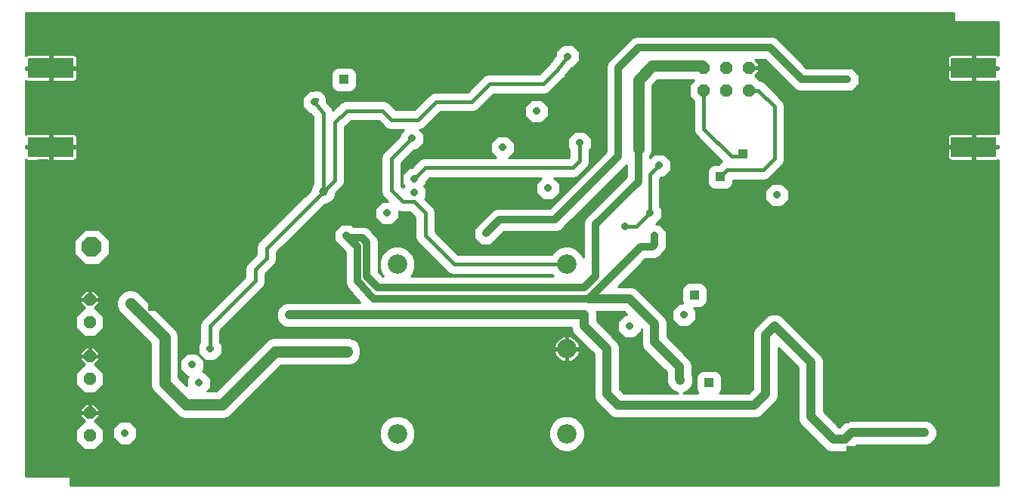
<source format=gbl>
G75*
G70*
%OFA0B0*%
%FSLAX24Y24*%
%IPPOS*%
%LPD*%
%AMOC8*
5,1,8,0,0,1.08239X$1,22.5*
%
%ADD10OC8,0.0520*%
%ADD11R,0.2000X0.0900*%
%ADD12C,0.0860*%
%ADD13OC8,0.0560*%
%ADD14OC8,0.0850*%
%ADD15C,0.0100*%
%ADD16R,0.0475X0.0475*%
%ADD17R,0.0396X0.0396*%
%ADD18R,0.0317X0.0317*%
%ADD19OC8,0.0317*%
%ADD20C,0.0400*%
%ADD21C,0.0396*%
%ADD22C,0.0500*%
%ADD23C,0.0160*%
%ADD24C,0.0320*%
D10*
X009659Y006225D03*
X009659Y007225D03*
X009659Y008725D03*
X009659Y009725D03*
X009659Y011225D03*
X009659Y012225D03*
D11*
X007941Y018975D03*
X007941Y022455D03*
X048655Y022455D03*
X048655Y018975D03*
D12*
X030705Y013787D03*
X023225Y013787D03*
X030705Y010047D03*
X030705Y006307D03*
X023225Y006307D03*
D13*
X036744Y021470D03*
X037744Y021470D03*
X038744Y021470D03*
X038744Y022470D03*
X037744Y022470D03*
X036744Y022470D03*
D14*
X009752Y014547D03*
D15*
X008799Y004037D02*
X049744Y004037D01*
X008799Y004037D01*
X008799Y004431D01*
X006831Y004431D01*
X049744Y004431D01*
X049744Y004333D02*
X008799Y004333D01*
X008799Y004234D02*
X049744Y004234D01*
X049744Y004136D02*
X008799Y004136D01*
X006831Y004431D02*
X006831Y018423D01*
X006849Y018405D01*
X006883Y018386D01*
X006921Y018375D01*
X007891Y018375D01*
X007891Y018925D01*
X007991Y018925D01*
X007991Y018375D01*
X008961Y018375D01*
X008999Y018386D01*
X009033Y018405D01*
X009061Y018433D01*
X009081Y018467D01*
X009091Y018506D01*
X009091Y018925D01*
X007991Y018925D01*
X007991Y019025D01*
X009091Y019025D01*
X009091Y019445D01*
X009081Y019483D01*
X009061Y019517D01*
X009033Y019545D01*
X008999Y019565D01*
X008961Y019575D01*
X007991Y019575D01*
X007991Y019025D01*
X007891Y019025D01*
X007891Y018925D01*
X006831Y018925D01*
X006831Y019025D01*
X007891Y019025D01*
X007891Y019575D01*
X006921Y019575D01*
X006883Y019565D01*
X006849Y019545D01*
X006831Y019527D01*
X006831Y021903D01*
X006849Y021885D01*
X006883Y021866D01*
X006921Y021855D01*
X007891Y021855D01*
X007891Y022405D01*
X007991Y022405D01*
X007991Y021855D01*
X008961Y021855D01*
X008999Y021866D01*
X009033Y021885D01*
X009061Y021913D01*
X009081Y021947D01*
X009091Y021986D01*
X009091Y022405D01*
X007991Y022405D01*
X007991Y022505D01*
X009091Y022505D01*
X009091Y022925D01*
X009081Y022963D01*
X009061Y022997D01*
X009033Y023025D01*
X008999Y023045D01*
X008961Y023055D01*
X007991Y023055D01*
X007991Y022505D01*
X007891Y022505D01*
X007891Y022405D01*
X006831Y022405D01*
X006831Y022505D01*
X007891Y022505D01*
X007891Y023055D01*
X006921Y023055D01*
X006883Y023045D01*
X006849Y023025D01*
X006831Y023007D01*
X006831Y024903D01*
X047776Y024903D01*
X047776Y024509D01*
X049744Y024509D01*
X049744Y023027D01*
X049713Y023045D01*
X049675Y023055D01*
X048705Y023055D01*
X048705Y022505D01*
X049744Y022505D01*
X049744Y022405D01*
X048705Y022405D01*
X048705Y021855D01*
X049675Y021855D01*
X049713Y021866D01*
X049744Y021884D01*
X049744Y019547D01*
X049713Y019565D01*
X049675Y019575D01*
X048705Y019575D01*
X048705Y019025D01*
X049744Y019025D01*
X049744Y018925D01*
X048705Y018925D01*
X048705Y018375D01*
X049675Y018375D01*
X049713Y018386D01*
X049744Y018404D01*
X049744Y004037D01*
X049744Y004530D02*
X006831Y004530D01*
X006831Y004628D02*
X049744Y004628D01*
X049744Y004727D02*
X006831Y004727D01*
X006831Y004825D02*
X049744Y004825D01*
X049744Y004924D02*
X006831Y004924D01*
X006831Y005022D02*
X049744Y005022D01*
X049744Y005121D02*
X006831Y005121D01*
X006831Y005219D02*
X049744Y005219D01*
X049744Y005318D02*
X006831Y005318D01*
X006831Y005416D02*
X049744Y005416D01*
X049744Y005515D02*
X043156Y005515D01*
X043077Y005482D02*
X043285Y005568D01*
X043444Y005727D01*
X043499Y005782D01*
X046577Y005782D01*
X046677Y005823D01*
X046682Y005823D01*
X046685Y005827D01*
X046785Y005868D01*
X046944Y006027D01*
X046985Y006126D01*
X046989Y006130D01*
X046989Y006135D01*
X047030Y006234D01*
X047030Y006459D01*
X046989Y006559D01*
X046989Y006564D01*
X046985Y006567D01*
X046944Y006667D01*
X046785Y006826D01*
X046685Y006867D01*
X046682Y006871D01*
X046677Y006871D01*
X046577Y006912D01*
X043152Y006912D01*
X042945Y006826D01*
X042731Y006612D01*
X042699Y006612D01*
X042030Y007281D01*
X042030Y009559D01*
X041944Y009767D01*
X040185Y011526D01*
X040085Y011567D01*
X040082Y011571D01*
X040077Y011571D01*
X039977Y011612D01*
X039752Y011612D01*
X039653Y011571D01*
X039648Y011571D01*
X039644Y011567D01*
X039545Y011526D01*
X039386Y011367D01*
X039386Y011367D01*
X038986Y010967D01*
X038900Y010759D01*
X038900Y008281D01*
X038731Y008112D01*
X037442Y008112D01*
X037472Y008142D01*
X037528Y008276D01*
X037528Y008818D01*
X037472Y008952D01*
X037370Y009054D01*
X037236Y009110D01*
X036694Y009110D01*
X036560Y009054D01*
X036457Y008952D01*
X036402Y008818D01*
X036402Y008276D01*
X036457Y008142D01*
X036488Y008112D01*
X035839Y008112D01*
X036035Y008193D01*
X036194Y008352D01*
X036280Y008559D01*
X036280Y008784D01*
X036230Y008905D01*
X036230Y009359D01*
X036144Y009567D01*
X035985Y009726D01*
X035130Y010581D01*
X035130Y011259D01*
X035044Y011467D01*
X034885Y011626D01*
X033785Y012726D01*
X033577Y012812D01*
X032972Y012812D01*
X034182Y014022D01*
X034569Y014022D01*
X034762Y014102D01*
X034910Y014249D01*
X035010Y014349D01*
X035090Y014542D01*
X035090Y015151D01*
X035089Y015154D01*
X035089Y015264D01*
X035011Y015341D01*
X035010Y015344D01*
X034862Y015492D01*
X034859Y015493D01*
X034782Y015571D01*
X034672Y015571D01*
X034669Y015572D01*
X034630Y015572D01*
X034889Y015830D01*
X034889Y016264D01*
X034810Y016343D01*
X034810Y017563D01*
X034870Y017623D01*
X034982Y017623D01*
X035289Y017930D01*
X035289Y018364D01*
X034982Y018671D01*
X034548Y018671D01*
X034383Y018505D01*
X034383Y018551D01*
X034473Y018769D01*
X034473Y021685D01*
X034720Y021932D01*
X036294Y021932D01*
X036099Y021738D01*
X036099Y021203D01*
X036299Y021003D01*
X036299Y019679D01*
X036367Y019515D01*
X037545Y018337D01*
X037513Y018324D01*
X037399Y018210D01*
X037194Y018210D01*
X037060Y018154D01*
X036957Y018052D01*
X036902Y017918D01*
X036902Y017376D01*
X036957Y017242D01*
X037060Y017139D01*
X037194Y017084D01*
X037736Y017084D01*
X037870Y017139D01*
X037972Y017242D01*
X038028Y017376D01*
X038028Y017502D01*
X039453Y017502D01*
X039617Y017570D01*
X039742Y017695D01*
X040242Y018195D01*
X040310Y018358D01*
X040310Y020835D01*
X040242Y020999D01*
X040117Y021124D01*
X039393Y021848D01*
X039230Y021915D01*
X039212Y021915D01*
X039012Y022115D01*
X038997Y022115D01*
X039174Y022292D01*
X039174Y022430D01*
X038784Y022430D01*
X038784Y022510D01*
X039174Y022510D01*
X039174Y022649D01*
X038995Y022828D01*
X039441Y022828D01*
X040767Y021502D01*
X040960Y021422D01*
X043169Y021422D01*
X043172Y021423D01*
X043282Y021423D01*
X043359Y021501D01*
X043362Y021502D01*
X043510Y021649D01*
X043511Y021653D01*
X043589Y021730D01*
X043589Y021839D01*
X043590Y021842D01*
X043590Y022051D01*
X043589Y022054D01*
X043589Y022164D01*
X043511Y022241D01*
X043510Y022244D01*
X043362Y022392D01*
X043359Y022393D01*
X043282Y022471D01*
X043172Y022471D01*
X043169Y022472D01*
X041282Y022472D01*
X040104Y023651D01*
X039956Y023798D01*
X039763Y023878D01*
X033767Y023878D01*
X033574Y023798D01*
X032667Y022892D01*
X032520Y022744D01*
X032440Y022551D01*
X032440Y018764D01*
X029947Y016272D01*
X027619Y016272D01*
X027426Y016192D01*
X026678Y015444D01*
X026677Y015441D01*
X026599Y015364D01*
X026599Y015254D01*
X026598Y015251D01*
X026598Y015042D01*
X026599Y015039D01*
X026599Y014930D01*
X026677Y014853D01*
X026678Y014849D01*
X026826Y014702D01*
X026829Y014701D01*
X026906Y014623D01*
X027016Y014623D01*
X027019Y014622D01*
X027227Y014622D01*
X027230Y014623D01*
X027340Y014623D01*
X027417Y014701D01*
X027420Y014702D01*
X027940Y015222D01*
X030269Y015222D01*
X030462Y015302D01*
X030610Y015449D01*
X033333Y018172D01*
X033333Y017657D01*
X031520Y015844D01*
X031440Y015651D01*
X031440Y014090D01*
X031379Y014237D01*
X031155Y014461D01*
X030863Y014582D01*
X030547Y014582D01*
X030255Y014461D01*
X030031Y014237D01*
X030029Y014232D01*
X025909Y014232D01*
X024910Y015231D01*
X024910Y016135D01*
X024842Y016299D01*
X024450Y016691D01*
X024489Y016730D01*
X024489Y017164D01*
X024405Y017247D01*
X024489Y017330D01*
X024489Y017441D01*
X024649Y017602D01*
X029579Y017602D01*
X029341Y017364D01*
X029341Y016930D01*
X029648Y016623D01*
X030082Y016623D01*
X030389Y016930D01*
X030389Y017364D01*
X030150Y017602D01*
X031053Y017602D01*
X031217Y017670D01*
X031342Y017795D01*
X031642Y018095D01*
X031710Y018258D01*
X031710Y018851D01*
X031789Y018930D01*
X031789Y019364D01*
X031482Y019671D01*
X031048Y019671D01*
X030741Y019364D01*
X030741Y018930D01*
X030820Y018851D01*
X030820Y018531D01*
X030781Y018492D01*
X028150Y018492D01*
X028389Y018730D01*
X028389Y019164D01*
X028082Y019471D01*
X027648Y019471D01*
X027341Y019164D01*
X027341Y018730D01*
X027579Y018492D01*
X024376Y018492D01*
X024213Y018424D01*
X023859Y018071D01*
X023748Y018071D01*
X023441Y017764D01*
X023441Y017330D01*
X023524Y017247D01*
X023459Y017182D01*
X023410Y017231D01*
X023410Y018263D01*
X023970Y018823D01*
X024082Y018823D01*
X024389Y019130D01*
X024389Y019564D01*
X024219Y019734D01*
X024242Y019734D01*
X024406Y019802D01*
X024531Y019927D01*
X025126Y020521D01*
X026605Y020521D01*
X026768Y020589D01*
X026893Y020714D01*
X027488Y021309D01*
X029754Y021309D01*
X029918Y021376D01*
X030043Y021501D01*
X030538Y021997D01*
X030564Y022011D01*
X030600Y022059D01*
X030642Y022101D01*
X030653Y022128D01*
X030903Y022453D01*
X030962Y022453D01*
X031269Y022760D01*
X031269Y023194D01*
X030962Y023501D01*
X030528Y023501D01*
X030221Y023194D01*
X030221Y023026D01*
X029930Y022647D01*
X029481Y022199D01*
X027215Y022199D01*
X027051Y022131D01*
X026332Y021411D01*
X024853Y021411D01*
X024689Y021343D01*
X023969Y020624D01*
X023157Y020624D01*
X022831Y020950D01*
X022668Y021017D01*
X020916Y021017D01*
X020752Y020950D01*
X020627Y020824D01*
X020386Y020583D01*
X020378Y020601D01*
X020361Y020662D01*
X020345Y020682D01*
X020335Y020706D01*
X020290Y020751D01*
X020110Y020977D01*
X020110Y021135D01*
X020042Y021299D01*
X019917Y021424D01*
X019753Y021492D01*
X019576Y021492D01*
X019525Y021471D01*
X019348Y021471D01*
X019041Y021164D01*
X019041Y020730D01*
X019348Y020423D01*
X019413Y020423D01*
X019513Y020298D01*
X019513Y017342D01*
X019480Y017310D01*
X019395Y017103D01*
X019395Y017057D01*
X017088Y014750D01*
X017020Y014587D01*
X017020Y014231D01*
X016588Y013799D01*
X016520Y013635D01*
X016520Y013231D01*
X014588Y011299D01*
X014520Y011135D01*
X014520Y010343D01*
X014441Y010264D01*
X014441Y009830D01*
X014748Y009523D01*
X015182Y009523D01*
X015489Y009830D01*
X015489Y010264D01*
X015410Y010343D01*
X015410Y010863D01*
X017217Y012670D01*
X017342Y012795D01*
X017410Y012958D01*
X017410Y013363D01*
X017717Y013670D01*
X017842Y013795D01*
X017910Y013958D01*
X017910Y014314D01*
X020024Y016428D01*
X020070Y016428D01*
X020277Y016514D01*
X020435Y016672D01*
X020521Y016879D01*
X020521Y016925D01*
X020842Y017246D01*
X020910Y017410D01*
X020910Y019849D01*
X021189Y020127D01*
X022395Y020127D01*
X022595Y019927D01*
X022595Y019927D01*
X022721Y019802D01*
X022884Y019734D01*
X023511Y019734D01*
X023341Y019564D01*
X023341Y019452D01*
X022713Y018824D01*
X022713Y018824D01*
X022588Y018699D01*
X022520Y018535D01*
X022520Y016958D01*
X022588Y016795D01*
X022713Y016670D01*
X022812Y016571D01*
X022548Y016571D01*
X022241Y016264D01*
X022241Y015830D01*
X022548Y015523D01*
X022982Y015523D01*
X023289Y015830D01*
X023289Y016138D01*
X023376Y016102D01*
X023781Y016102D01*
X024020Y015863D01*
X024020Y014958D01*
X024088Y014795D01*
X024213Y014670D01*
X025473Y013410D01*
X025636Y013342D01*
X030029Y013342D01*
X030031Y013337D01*
X030096Y013272D01*
X023834Y013272D01*
X023899Y013337D01*
X024020Y013629D01*
X024020Y013945D01*
X023899Y014237D01*
X023675Y014461D01*
X023383Y014582D01*
X023067Y014582D01*
X022774Y014461D01*
X022551Y014237D01*
X022430Y013945D01*
X022430Y013629D01*
X022551Y013337D01*
X022616Y013272D01*
X022582Y013272D01*
X022390Y013464D01*
X022390Y014851D01*
X022310Y015044D01*
X022110Y015244D01*
X021962Y015392D01*
X021769Y015472D01*
X021282Y015472D01*
X021262Y015492D01*
X021259Y015493D01*
X021182Y015571D01*
X021072Y015571D01*
X021069Y015572D01*
X020860Y015572D01*
X020857Y015571D01*
X020748Y015571D01*
X020671Y015493D01*
X020667Y015492D01*
X020520Y015344D01*
X020519Y015341D01*
X020441Y015264D01*
X020441Y015154D01*
X020440Y015151D01*
X020440Y014942D01*
X020441Y014939D01*
X020441Y014830D01*
X020519Y014753D01*
X020520Y014749D01*
X020940Y014329D01*
X020940Y013064D01*
X020934Y012978D01*
X020940Y012960D01*
X020940Y012942D01*
X020973Y012862D01*
X021001Y012780D01*
X021013Y012766D01*
X021020Y012749D01*
X021081Y012688D01*
X021585Y012112D01*
X018352Y012112D01*
X018253Y012071D01*
X018248Y012071D01*
X018244Y012067D01*
X018145Y012026D01*
X017986Y011867D01*
X017945Y011767D01*
X017941Y011764D01*
X017941Y011759D01*
X017900Y011659D01*
X017900Y011434D01*
X017941Y011335D01*
X017941Y011330D01*
X017945Y011326D01*
X015873Y011326D01*
X015775Y011228D02*
X017986Y011228D01*
X017986Y011227D02*
X018145Y011068D01*
X018244Y011027D01*
X018248Y011023D01*
X018253Y011023D01*
X018352Y010982D01*
X030900Y010982D01*
X030900Y010934D01*
X030986Y010727D01*
X031900Y009813D01*
X031900Y007934D01*
X031986Y007727D01*
X032486Y007227D01*
X032645Y007068D01*
X032852Y006982D01*
X039077Y006982D01*
X039285Y007068D01*
X039444Y007227D01*
X039785Y007568D01*
X039944Y007727D01*
X040030Y007934D01*
X040030Y010083D01*
X040900Y009213D01*
X040900Y006934D01*
X040986Y006727D01*
X041145Y006568D01*
X042145Y005568D01*
X042352Y005482D01*
X043077Y005482D01*
X043330Y005613D02*
X049744Y005613D01*
X049744Y005712D02*
X043428Y005712D01*
X042274Y005515D02*
X030870Y005515D01*
X030863Y005512D02*
X031155Y005633D01*
X031379Y005856D01*
X031500Y006149D01*
X031500Y006465D01*
X031379Y006757D01*
X031155Y006981D01*
X030863Y007102D01*
X030547Y007102D01*
X030255Y006981D01*
X030031Y006757D01*
X029910Y006465D01*
X029910Y006149D01*
X030031Y005856D01*
X030255Y005633D01*
X030547Y005512D01*
X030863Y005512D01*
X031108Y005613D02*
X042100Y005613D01*
X042001Y005712D02*
X031234Y005712D01*
X031333Y005810D02*
X041903Y005810D01*
X041804Y005909D02*
X031401Y005909D01*
X031441Y006007D02*
X041706Y006007D01*
X041607Y006106D02*
X031482Y006106D01*
X031500Y006204D02*
X041509Y006204D01*
X041410Y006303D02*
X031500Y006303D01*
X031500Y006401D02*
X041312Y006401D01*
X041213Y006500D02*
X031486Y006500D01*
X031445Y006598D02*
X041115Y006598D01*
X041016Y006697D02*
X031404Y006697D01*
X031341Y006795D02*
X040958Y006795D01*
X040917Y006894D02*
X031242Y006894D01*
X031128Y006992D02*
X032828Y006992D01*
X032622Y007091D02*
X030890Y007091D01*
X030520Y007091D02*
X023410Y007091D01*
X023383Y007102D02*
X023067Y007102D01*
X022774Y006981D01*
X022551Y006757D01*
X022430Y006465D01*
X022430Y006149D01*
X022551Y005856D01*
X022774Y005633D01*
X023067Y005512D01*
X023383Y005512D01*
X023675Y005633D01*
X023899Y005856D01*
X024020Y006149D01*
X024020Y006465D01*
X023899Y006757D01*
X023675Y006981D01*
X023383Y007102D01*
X023647Y006992D02*
X030282Y006992D01*
X030168Y006894D02*
X023762Y006894D01*
X023861Y006795D02*
X030069Y006795D01*
X030006Y006697D02*
X023924Y006697D01*
X023964Y006598D02*
X029965Y006598D01*
X029924Y006500D02*
X024005Y006500D01*
X024020Y006401D02*
X029910Y006401D01*
X029910Y006303D02*
X024020Y006303D01*
X024020Y006204D02*
X029910Y006204D01*
X029928Y006106D02*
X024002Y006106D01*
X023961Y006007D02*
X029969Y006007D01*
X030009Y005909D02*
X023920Y005909D01*
X023852Y005810D02*
X030077Y005810D01*
X030176Y005712D02*
X023754Y005712D01*
X023627Y005613D02*
X030302Y005613D01*
X030540Y005515D02*
X023390Y005515D01*
X023060Y005515D02*
X006831Y005515D01*
X006831Y005613D02*
X009387Y005613D01*
X009400Y005600D02*
X009918Y005600D01*
X010284Y005966D01*
X010284Y006484D01*
X009918Y006850D01*
X009864Y006850D01*
X010069Y007055D01*
X010069Y007195D01*
X009689Y007195D01*
X009689Y007255D01*
X009629Y007255D01*
X009629Y007195D01*
X009249Y007195D01*
X009249Y007055D01*
X009455Y006850D01*
X009400Y006850D01*
X009034Y006484D01*
X009034Y005966D01*
X009400Y005600D01*
X009289Y005712D02*
X006831Y005712D01*
X006831Y005810D02*
X009190Y005810D01*
X009092Y005909D02*
X006831Y005909D01*
X006831Y006007D02*
X009034Y006007D01*
X009034Y006106D02*
X006831Y006106D01*
X006831Y006204D02*
X009034Y006204D01*
X009034Y006303D02*
X006831Y006303D01*
X006831Y006401D02*
X009034Y006401D01*
X009050Y006500D02*
X006831Y006500D01*
X006831Y006598D02*
X009149Y006598D01*
X009247Y006697D02*
X006831Y006697D01*
X006831Y006795D02*
X009346Y006795D01*
X009411Y006894D02*
X006831Y006894D01*
X006831Y006992D02*
X009312Y006992D01*
X009249Y007091D02*
X006831Y007091D01*
X006831Y007189D02*
X009249Y007189D01*
X009249Y007255D02*
X009629Y007255D01*
X009629Y007635D01*
X009489Y007635D01*
X009249Y007395D01*
X009249Y007255D01*
X009249Y007288D02*
X006831Y007288D01*
X006831Y007386D02*
X009249Y007386D01*
X009339Y007485D02*
X006831Y007485D01*
X006831Y007583D02*
X009438Y007583D01*
X009629Y007583D02*
X009689Y007583D01*
X009689Y007635D02*
X009689Y007255D01*
X010069Y007255D01*
X010069Y007395D01*
X009829Y007635D01*
X009689Y007635D01*
X009689Y007485D02*
X009629Y007485D01*
X009629Y007386D02*
X009689Y007386D01*
X009689Y007288D02*
X009629Y007288D01*
X009979Y007485D02*
X013144Y007485D01*
X013045Y007583D02*
X009881Y007583D01*
X010069Y007386D02*
X013242Y007386D01*
X013341Y007288D02*
X010069Y007288D01*
X010069Y007189D02*
X013439Y007189D01*
X013396Y007232D02*
X013569Y007059D01*
X013795Y006965D01*
X015615Y006965D01*
X015841Y007059D01*
X018109Y009328D01*
X021127Y009328D01*
X021252Y009379D01*
X021275Y009379D01*
X021409Y009435D01*
X021512Y009538D01*
X021567Y009672D01*
X021567Y009695D01*
X021619Y009820D01*
X021619Y010065D01*
X021567Y010190D01*
X021567Y010213D01*
X021512Y010347D01*
X021409Y010450D01*
X021275Y010506D01*
X021252Y010506D01*
X021127Y010557D01*
X017732Y010557D01*
X017506Y010464D01*
X017333Y010291D01*
X015238Y008195D01*
X014854Y008195D01*
X014989Y008330D01*
X014989Y008764D01*
X014682Y009071D01*
X014629Y009071D01*
X014689Y009130D01*
X014689Y009564D01*
X014382Y009871D01*
X013948Y009871D01*
X013641Y009564D01*
X013641Y009130D01*
X013948Y008823D01*
X014001Y008823D01*
X013941Y008764D01*
X013941Y008426D01*
X013580Y008788D01*
X013580Y010669D01*
X013486Y010895D01*
X013313Y011068D01*
X011813Y012568D01*
X011587Y012662D01*
X011343Y012662D01*
X011116Y012568D01*
X010943Y012395D01*
X010850Y012169D01*
X010850Y011925D01*
X010943Y011699D01*
X012350Y010292D01*
X012350Y008411D01*
X012443Y008185D01*
X013396Y007232D01*
X013538Y007091D02*
X010069Y007091D01*
X010006Y006992D02*
X013731Y006992D01*
X012947Y007682D02*
X006831Y007682D01*
X006831Y007780D02*
X012848Y007780D01*
X012750Y007879D02*
X006831Y007879D01*
X006831Y007977D02*
X012651Y007977D01*
X012553Y008076D02*
X006831Y008076D01*
X006831Y008174D02*
X009326Y008174D01*
X009400Y008100D02*
X009918Y008100D01*
X010284Y008466D01*
X010284Y008984D01*
X009918Y009350D01*
X009864Y009350D01*
X010069Y009555D01*
X010069Y009695D01*
X009689Y009695D01*
X009689Y009755D01*
X009629Y009755D01*
X009629Y009695D01*
X009249Y009695D01*
X009249Y009555D01*
X009455Y009350D01*
X009400Y009350D01*
X009034Y008984D01*
X009034Y008466D01*
X009400Y008100D01*
X009228Y008273D02*
X006831Y008273D01*
X006831Y008371D02*
X009129Y008371D01*
X009034Y008470D02*
X006831Y008470D01*
X006831Y008568D02*
X009034Y008568D01*
X009034Y008667D02*
X006831Y008667D01*
X006831Y008765D02*
X009034Y008765D01*
X009034Y008864D02*
X006831Y008864D01*
X006831Y008962D02*
X009034Y008962D01*
X009111Y009061D02*
X006831Y009061D01*
X006831Y009159D02*
X009210Y009159D01*
X009308Y009258D02*
X006831Y009258D01*
X006831Y009356D02*
X009448Y009356D01*
X009350Y009455D02*
X006831Y009455D01*
X006831Y009553D02*
X009251Y009553D01*
X009249Y009652D02*
X006831Y009652D01*
X006831Y009750D02*
X009629Y009750D01*
X009629Y009755D02*
X009249Y009755D01*
X009249Y009895D01*
X009489Y010135D01*
X009629Y010135D01*
X009629Y009755D01*
X009689Y009755D02*
X009689Y010135D01*
X009829Y010135D01*
X010069Y009895D01*
X010069Y009755D01*
X009689Y009755D01*
X009689Y009750D02*
X012350Y009750D01*
X012350Y009652D02*
X010069Y009652D01*
X010067Y009553D02*
X012350Y009553D01*
X012350Y009455D02*
X009969Y009455D01*
X009870Y009356D02*
X012350Y009356D01*
X012350Y009258D02*
X010010Y009258D01*
X010109Y009159D02*
X012350Y009159D01*
X012350Y009061D02*
X010207Y009061D01*
X010284Y008962D02*
X012350Y008962D01*
X012350Y008864D02*
X010284Y008864D01*
X010284Y008765D02*
X012350Y008765D01*
X012350Y008667D02*
X010284Y008667D01*
X010284Y008568D02*
X012350Y008568D01*
X012350Y008470D02*
X010284Y008470D01*
X010189Y008371D02*
X012366Y008371D01*
X012407Y008273D02*
X010091Y008273D01*
X009992Y008174D02*
X012454Y008174D01*
X013603Y008765D02*
X013942Y008765D01*
X013941Y008667D02*
X013701Y008667D01*
X013800Y008568D02*
X013941Y008568D01*
X013941Y008470D02*
X013898Y008470D01*
X013908Y008864D02*
X013580Y008864D01*
X013580Y008962D02*
X013809Y008962D01*
X013711Y009061D02*
X013580Y009061D01*
X013580Y009159D02*
X013641Y009159D01*
X013641Y009258D02*
X013580Y009258D01*
X013580Y009356D02*
X013641Y009356D01*
X013641Y009455D02*
X013580Y009455D01*
X013580Y009553D02*
X013641Y009553D01*
X013580Y009652D02*
X013729Y009652D01*
X013827Y009750D02*
X013580Y009750D01*
X013580Y009849D02*
X013926Y009849D01*
X013580Y009947D02*
X014441Y009947D01*
X014441Y009849D02*
X014404Y009849D01*
X014502Y009750D02*
X014521Y009750D01*
X014601Y009652D02*
X014620Y009652D01*
X014689Y009553D02*
X014718Y009553D01*
X014689Y009455D02*
X016497Y009455D01*
X016595Y009553D02*
X015212Y009553D01*
X015310Y009652D02*
X016694Y009652D01*
X016792Y009750D02*
X015409Y009750D01*
X015489Y009849D02*
X016891Y009849D01*
X016989Y009947D02*
X015489Y009947D01*
X015489Y010046D02*
X017088Y010046D01*
X017186Y010144D02*
X015489Y010144D01*
X015489Y010243D02*
X017285Y010243D01*
X017383Y010341D02*
X015411Y010341D01*
X015410Y010440D02*
X017482Y010440D01*
X017685Y010538D02*
X015410Y010538D01*
X015410Y010637D02*
X031076Y010637D01*
X031009Y010543D02*
X030928Y010584D01*
X030841Y010613D01*
X030753Y010626D01*
X030753Y010095D01*
X030657Y010095D01*
X030657Y010626D01*
X030569Y010613D01*
X030482Y010584D01*
X030401Y010543D01*
X030327Y010489D01*
X030263Y010425D01*
X030209Y010351D01*
X030167Y010269D01*
X030139Y010183D01*
X030125Y010095D01*
X030657Y010095D01*
X030657Y009998D01*
X030753Y009998D01*
X030753Y009467D01*
X030841Y009481D01*
X030928Y009509D01*
X031009Y009551D01*
X031083Y009604D01*
X031147Y009669D01*
X031201Y009743D01*
X031242Y009824D01*
X031271Y009911D01*
X031285Y009998D01*
X030753Y009998D01*
X030753Y010095D01*
X031285Y010095D01*
X031271Y010183D01*
X031242Y010269D01*
X031201Y010351D01*
X031147Y010425D01*
X031083Y010489D01*
X031009Y010543D01*
X031016Y010538D02*
X031175Y010538D01*
X031133Y010440D02*
X031273Y010440D01*
X031206Y010341D02*
X031372Y010341D01*
X031470Y010243D02*
X031251Y010243D01*
X031277Y010144D02*
X031569Y010144D01*
X031667Y010046D02*
X030753Y010046D01*
X030657Y010046D02*
X021619Y010046D01*
X021619Y009947D02*
X030134Y009947D01*
X030139Y009911D02*
X030167Y009824D01*
X030209Y009743D01*
X030263Y009669D01*
X030327Y009604D01*
X030401Y009551D01*
X030482Y009509D01*
X030569Y009481D01*
X030657Y009467D01*
X030657Y009998D01*
X030125Y009998D01*
X030139Y009911D01*
X030160Y009849D02*
X021619Y009849D01*
X021590Y009750D02*
X030205Y009750D01*
X030280Y009652D02*
X021559Y009652D01*
X021518Y009553D02*
X030398Y009553D01*
X030657Y009553D02*
X030753Y009553D01*
X030753Y009652D02*
X030657Y009652D01*
X030657Y009750D02*
X030753Y009750D01*
X030753Y009849D02*
X030657Y009849D01*
X030657Y009947D02*
X030753Y009947D01*
X030753Y010144D02*
X030657Y010144D01*
X030657Y010243D02*
X030753Y010243D01*
X030753Y010341D02*
X030657Y010341D01*
X030657Y010440D02*
X030753Y010440D01*
X030753Y010538D02*
X030657Y010538D01*
X030394Y010538D02*
X021173Y010538D01*
X021420Y010440D02*
X030277Y010440D01*
X030204Y010341D02*
X021514Y010341D01*
X021555Y010243D02*
X030159Y010243D01*
X030133Y010144D02*
X021586Y010144D01*
X021429Y009455D02*
X031900Y009455D01*
X031900Y009553D02*
X031012Y009553D01*
X031130Y009652D02*
X031900Y009652D01*
X031900Y009750D02*
X031205Y009750D01*
X031250Y009849D02*
X031864Y009849D01*
X031766Y009947D02*
X031276Y009947D01*
X031900Y009356D02*
X021195Y009356D01*
X018039Y009258D02*
X031900Y009258D01*
X031900Y009159D02*
X017941Y009159D01*
X017842Y009061D02*
X031900Y009061D01*
X031900Y008962D02*
X017744Y008962D01*
X017645Y008864D02*
X031900Y008864D01*
X031900Y008765D02*
X017547Y008765D01*
X017448Y008667D02*
X031900Y008667D01*
X031900Y008568D02*
X017350Y008568D01*
X017251Y008470D02*
X031900Y008470D01*
X031900Y008371D02*
X017153Y008371D01*
X017054Y008273D02*
X031900Y008273D01*
X031900Y008174D02*
X016956Y008174D01*
X016857Y008076D02*
X031900Y008076D01*
X031900Y007977D02*
X016759Y007977D01*
X016660Y007879D02*
X031923Y007879D01*
X031964Y007780D02*
X016562Y007780D01*
X016463Y007682D02*
X032031Y007682D01*
X032130Y007583D02*
X016365Y007583D01*
X016266Y007485D02*
X032228Y007485D01*
X032327Y007386D02*
X016168Y007386D01*
X016069Y007288D02*
X032425Y007288D01*
X032524Y007189D02*
X015971Y007189D01*
X015872Y007091D02*
X023040Y007091D01*
X022802Y006992D02*
X015679Y006992D01*
X015315Y008273D02*
X014931Y008273D01*
X014989Y008371D02*
X015413Y008371D01*
X015512Y008470D02*
X014989Y008470D01*
X014989Y008568D02*
X015610Y008568D01*
X015709Y008667D02*
X014989Y008667D01*
X014987Y008765D02*
X015807Y008765D01*
X015906Y008864D02*
X014889Y008864D01*
X014790Y008962D02*
X016004Y008962D01*
X016103Y009061D02*
X014692Y009061D01*
X014689Y009159D02*
X016201Y009159D01*
X016300Y009258D02*
X014689Y009258D01*
X014689Y009356D02*
X016398Y009356D01*
X014441Y010046D02*
X013580Y010046D01*
X013580Y010144D02*
X014441Y010144D01*
X014441Y010243D02*
X013580Y010243D01*
X013580Y010341D02*
X014518Y010341D01*
X014520Y010440D02*
X013580Y010440D01*
X013580Y010538D02*
X014520Y010538D01*
X014520Y010637D02*
X013580Y010637D01*
X013553Y010735D02*
X014520Y010735D01*
X014520Y010834D02*
X013512Y010834D01*
X013449Y010932D02*
X014520Y010932D01*
X014520Y011031D02*
X013351Y011031D01*
X013313Y011068D02*
X013313Y011068D01*
X013252Y011129D02*
X014520Y011129D01*
X014558Y011228D02*
X013154Y011228D01*
X013055Y011326D02*
X014615Y011326D01*
X014713Y011425D02*
X012957Y011425D01*
X012858Y011523D02*
X014812Y011523D01*
X014910Y011622D02*
X012760Y011622D01*
X012661Y011720D02*
X015009Y011720D01*
X015107Y011819D02*
X012563Y011819D01*
X012464Y011917D02*
X015206Y011917D01*
X015304Y012016D02*
X012366Y012016D01*
X012267Y012114D02*
X015403Y012114D01*
X015501Y012213D02*
X012169Y012213D01*
X012070Y012311D02*
X015600Y012311D01*
X015698Y012410D02*
X011972Y012410D01*
X011873Y012508D02*
X015797Y012508D01*
X015895Y012607D02*
X011721Y012607D01*
X011209Y012607D02*
X009857Y012607D01*
X009829Y012635D02*
X010069Y012395D01*
X010069Y012255D01*
X009689Y012255D01*
X009629Y012255D01*
X009629Y012195D01*
X009249Y012195D01*
X009249Y012055D01*
X009455Y011850D01*
X009400Y011850D01*
X009034Y011484D01*
X009034Y010966D01*
X009400Y010600D01*
X009918Y010600D01*
X010284Y010966D01*
X010284Y011484D01*
X009918Y011850D01*
X009864Y011850D01*
X010069Y012055D01*
X010069Y012195D01*
X009689Y012195D01*
X009689Y012255D01*
X009689Y012635D01*
X009829Y012635D01*
X009689Y012607D02*
X009629Y012607D01*
X009629Y012635D02*
X009489Y012635D01*
X009249Y012395D01*
X009249Y012255D01*
X009629Y012255D01*
X009629Y012635D01*
X009629Y012508D02*
X009689Y012508D01*
X009689Y012410D02*
X009629Y012410D01*
X009629Y012311D02*
X009689Y012311D01*
X009689Y012213D02*
X010868Y012213D01*
X010850Y012114D02*
X010069Y012114D01*
X010030Y012016D02*
X010850Y012016D01*
X010853Y011917D02*
X009931Y011917D01*
X009949Y011819D02*
X010894Y011819D01*
X010935Y011720D02*
X010048Y011720D01*
X010146Y011622D02*
X011020Y011622D01*
X011119Y011523D02*
X010245Y011523D01*
X010284Y011425D02*
X011217Y011425D01*
X011316Y011326D02*
X010284Y011326D01*
X010284Y011228D02*
X011414Y011228D01*
X011513Y011129D02*
X010284Y011129D01*
X010284Y011031D02*
X011611Y011031D01*
X011710Y010932D02*
X010250Y010932D01*
X010152Y010834D02*
X011808Y010834D01*
X011907Y010735D02*
X010053Y010735D01*
X009955Y010637D02*
X012005Y010637D01*
X012104Y010538D02*
X006831Y010538D01*
X006831Y010440D02*
X012202Y010440D01*
X012301Y010341D02*
X006831Y010341D01*
X006831Y010243D02*
X012350Y010243D01*
X012350Y010144D02*
X006831Y010144D01*
X006831Y010046D02*
X009400Y010046D01*
X009302Y009947D02*
X006831Y009947D01*
X006831Y009849D02*
X009249Y009849D01*
X009629Y009849D02*
X009689Y009849D01*
X009689Y009947D02*
X009629Y009947D01*
X009629Y010046D02*
X009689Y010046D01*
X009918Y010046D02*
X012350Y010046D01*
X012350Y009947D02*
X010017Y009947D01*
X010069Y009849D02*
X012350Y009849D01*
X015410Y010735D02*
X030982Y010735D01*
X030942Y010834D02*
X015410Y010834D01*
X015479Y010932D02*
X030901Y010932D01*
X032030Y011281D02*
X032030Y011659D01*
X032020Y011682D01*
X033231Y011682D01*
X033342Y011571D01*
X033248Y011571D01*
X032941Y011264D01*
X032941Y010830D01*
X033248Y010523D01*
X033682Y010523D01*
X033989Y010830D01*
X033989Y010924D01*
X034000Y010913D01*
X034000Y010234D01*
X034086Y010027D01*
X035100Y009013D01*
X035100Y008609D01*
X035186Y008402D01*
X035395Y008193D01*
X035591Y008112D01*
X033199Y008112D01*
X033030Y008281D01*
X033030Y010159D01*
X032944Y010367D01*
X032785Y010526D01*
X032030Y011281D01*
X032030Y011326D02*
X033003Y011326D01*
X032941Y011228D02*
X032083Y011228D01*
X032182Y011129D02*
X032941Y011129D01*
X032941Y011031D02*
X032280Y011031D01*
X032379Y010932D02*
X032941Y010932D01*
X032941Y010834D02*
X032477Y010834D01*
X032576Y010735D02*
X033036Y010735D01*
X033135Y010637D02*
X032674Y010637D01*
X032773Y010538D02*
X033233Y010538D01*
X032954Y010341D02*
X034000Y010341D01*
X034000Y010243D02*
X032995Y010243D01*
X033030Y010144D02*
X034037Y010144D01*
X034078Y010046D02*
X033030Y010046D01*
X033030Y009947D02*
X034166Y009947D01*
X034264Y009849D02*
X033030Y009849D01*
X033030Y009750D02*
X034363Y009750D01*
X034461Y009652D02*
X033030Y009652D01*
X033030Y009553D02*
X034560Y009553D01*
X034658Y009455D02*
X033030Y009455D01*
X033030Y009356D02*
X034757Y009356D01*
X034855Y009258D02*
X033030Y009258D01*
X033030Y009159D02*
X034954Y009159D01*
X035052Y009061D02*
X033030Y009061D01*
X033030Y008962D02*
X035100Y008962D01*
X035100Y008864D02*
X033030Y008864D01*
X033030Y008765D02*
X035100Y008765D01*
X035100Y008667D02*
X033030Y008667D01*
X033030Y008568D02*
X035117Y008568D01*
X035158Y008470D02*
X033030Y008470D01*
X033030Y008371D02*
X035217Y008371D01*
X035315Y008273D02*
X033038Y008273D01*
X033137Y008174D02*
X035440Y008174D01*
X035989Y008174D02*
X036444Y008174D01*
X036403Y008273D02*
X036114Y008273D01*
X036202Y008371D02*
X036402Y008371D01*
X036402Y008470D02*
X036243Y008470D01*
X036280Y008568D02*
X036402Y008568D01*
X036402Y008667D02*
X036280Y008667D01*
X036280Y008765D02*
X036402Y008765D01*
X036421Y008864D02*
X036247Y008864D01*
X036230Y008962D02*
X036468Y008962D01*
X036575Y009061D02*
X036230Y009061D01*
X036230Y009159D02*
X038900Y009159D01*
X038900Y009061D02*
X037355Y009061D01*
X037462Y008962D02*
X038900Y008962D01*
X038900Y008864D02*
X037509Y008864D01*
X037528Y008765D02*
X038900Y008765D01*
X038900Y008667D02*
X037528Y008667D01*
X037528Y008568D02*
X038900Y008568D01*
X038900Y008470D02*
X037528Y008470D01*
X037528Y008371D02*
X038900Y008371D01*
X038892Y008273D02*
X037526Y008273D01*
X037486Y008174D02*
X038793Y008174D01*
X039785Y007568D02*
X039785Y007568D01*
X039800Y007583D02*
X040900Y007583D01*
X040900Y007485D02*
X039701Y007485D01*
X039603Y007386D02*
X040900Y007386D01*
X040900Y007288D02*
X039504Y007288D01*
X039444Y007227D02*
X039444Y007227D01*
X039406Y007189D02*
X040900Y007189D01*
X040900Y007091D02*
X039307Y007091D01*
X039102Y006992D02*
X040900Y006992D01*
X042030Y007288D02*
X049744Y007288D01*
X049744Y007386D02*
X042030Y007386D01*
X042030Y007485D02*
X049744Y007485D01*
X049744Y007583D02*
X042030Y007583D01*
X042030Y007682D02*
X049744Y007682D01*
X049744Y007780D02*
X042030Y007780D01*
X042030Y007879D02*
X049744Y007879D01*
X049744Y007977D02*
X042030Y007977D01*
X042030Y008076D02*
X049744Y008076D01*
X049744Y008174D02*
X042030Y008174D01*
X042030Y008273D02*
X049744Y008273D01*
X049744Y008371D02*
X042030Y008371D01*
X042030Y008470D02*
X049744Y008470D01*
X049744Y008568D02*
X042030Y008568D01*
X042030Y008667D02*
X049744Y008667D01*
X049744Y008765D02*
X042030Y008765D01*
X042030Y008864D02*
X049744Y008864D01*
X049744Y008962D02*
X042030Y008962D01*
X042030Y009061D02*
X049744Y009061D01*
X049744Y009159D02*
X042030Y009159D01*
X042030Y009258D02*
X049744Y009258D01*
X049744Y009356D02*
X042030Y009356D01*
X042030Y009455D02*
X049744Y009455D01*
X049744Y009553D02*
X042030Y009553D01*
X041992Y009652D02*
X049744Y009652D01*
X049744Y009750D02*
X041951Y009750D01*
X041862Y009849D02*
X049744Y009849D01*
X049744Y009947D02*
X041764Y009947D01*
X041665Y010046D02*
X049744Y010046D01*
X049744Y010144D02*
X041567Y010144D01*
X041468Y010243D02*
X049744Y010243D01*
X049744Y010341D02*
X041370Y010341D01*
X041271Y010440D02*
X049744Y010440D01*
X049744Y010538D02*
X041173Y010538D01*
X041074Y010637D02*
X049744Y010637D01*
X049744Y010735D02*
X040976Y010735D01*
X040877Y010834D02*
X049744Y010834D01*
X049744Y010932D02*
X040779Y010932D01*
X040680Y011031D02*
X049744Y011031D01*
X049744Y011129D02*
X040582Y011129D01*
X040483Y011228D02*
X049744Y011228D01*
X049744Y011326D02*
X040385Y011326D01*
X040286Y011425D02*
X049744Y011425D01*
X049744Y011523D02*
X040188Y011523D01*
X039542Y011523D02*
X036389Y011523D01*
X036389Y011425D02*
X039444Y011425D01*
X039345Y011326D02*
X036385Y011326D01*
X036389Y011330D02*
X036389Y011764D01*
X036294Y011859D01*
X036611Y011859D01*
X036745Y011914D01*
X036847Y012017D01*
X036903Y012151D01*
X036903Y012693D01*
X036847Y012827D01*
X036745Y012929D01*
X036611Y012985D01*
X036069Y012985D01*
X035935Y012929D01*
X035832Y012827D01*
X035777Y012693D01*
X035777Y012151D01*
X035810Y012071D01*
X035648Y012071D01*
X035341Y011764D01*
X035341Y011330D01*
X035648Y011023D01*
X036082Y011023D01*
X036389Y011330D01*
X036286Y011228D02*
X039247Y011228D01*
X039148Y011129D02*
X036188Y011129D01*
X036089Y011031D02*
X039050Y011031D01*
X038971Y010932D02*
X035130Y010932D01*
X035130Y010834D02*
X038931Y010834D01*
X038900Y010735D02*
X035130Y010735D01*
X035130Y010637D02*
X038900Y010637D01*
X038900Y010538D02*
X035173Y010538D01*
X035271Y010440D02*
X038900Y010440D01*
X038900Y010341D02*
X035370Y010341D01*
X035468Y010243D02*
X038900Y010243D01*
X038900Y010144D02*
X035567Y010144D01*
X035665Y010046D02*
X038900Y010046D01*
X038900Y009947D02*
X035764Y009947D01*
X035862Y009849D02*
X038900Y009849D01*
X038900Y009750D02*
X035961Y009750D01*
X036059Y009652D02*
X038900Y009652D01*
X038900Y009553D02*
X036150Y009553D01*
X036190Y009455D02*
X038900Y009455D01*
X038900Y009356D02*
X036230Y009356D01*
X036230Y009258D02*
X038900Y009258D01*
X040030Y009258D02*
X040855Y009258D01*
X040900Y009159D02*
X040030Y009159D01*
X040030Y009061D02*
X040900Y009061D01*
X040900Y008962D02*
X040030Y008962D01*
X040030Y008864D02*
X040900Y008864D01*
X040900Y008765D02*
X040030Y008765D01*
X040030Y008667D02*
X040900Y008667D01*
X040900Y008568D02*
X040030Y008568D01*
X040030Y008470D02*
X040900Y008470D01*
X040900Y008371D02*
X040030Y008371D01*
X040030Y008273D02*
X040900Y008273D01*
X040900Y008174D02*
X040030Y008174D01*
X040030Y008076D02*
X040900Y008076D01*
X040900Y007977D02*
X040030Y007977D01*
X040007Y007879D02*
X040900Y007879D01*
X040900Y007780D02*
X039966Y007780D01*
X039898Y007682D02*
X040900Y007682D01*
X042122Y007189D02*
X049744Y007189D01*
X049744Y007091D02*
X042220Y007091D01*
X042319Y006992D02*
X049744Y006992D01*
X049744Y006894D02*
X046621Y006894D01*
X046816Y006795D02*
X049744Y006795D01*
X049744Y006697D02*
X046914Y006697D01*
X046972Y006598D02*
X049744Y006598D01*
X049744Y006500D02*
X047013Y006500D01*
X047030Y006401D02*
X049744Y006401D01*
X049744Y006303D02*
X047030Y006303D01*
X047017Y006204D02*
X049744Y006204D01*
X049744Y006106D02*
X046976Y006106D01*
X046924Y006007D02*
X049744Y006007D01*
X049744Y005909D02*
X046825Y005909D01*
X046645Y005810D02*
X049744Y005810D01*
X043108Y006894D02*
X042417Y006894D01*
X042516Y006795D02*
X042914Y006795D01*
X042816Y006697D02*
X042614Y006697D01*
X040757Y009356D02*
X040030Y009356D01*
X040030Y009455D02*
X040658Y009455D01*
X040560Y009553D02*
X040030Y009553D01*
X040030Y009652D02*
X040461Y009652D01*
X040363Y009750D02*
X040030Y009750D01*
X040030Y009849D02*
X040264Y009849D01*
X040166Y009947D02*
X040030Y009947D01*
X040030Y010046D02*
X040067Y010046D01*
X036389Y011622D02*
X049744Y011622D01*
X049744Y011720D02*
X036389Y011720D01*
X036334Y011819D02*
X049744Y011819D01*
X049744Y011917D02*
X036747Y011917D01*
X036846Y012016D02*
X049744Y012016D01*
X049744Y012114D02*
X036888Y012114D01*
X036903Y012213D02*
X049744Y012213D01*
X049744Y012311D02*
X036903Y012311D01*
X036903Y012410D02*
X049744Y012410D01*
X049744Y012508D02*
X036903Y012508D01*
X036903Y012607D02*
X049744Y012607D01*
X049744Y012705D02*
X036898Y012705D01*
X036857Y012804D02*
X049744Y012804D01*
X049744Y012902D02*
X036772Y012902D01*
X035908Y012902D02*
X033062Y012902D01*
X033161Y013001D02*
X049744Y013001D01*
X049744Y013099D02*
X033259Y013099D01*
X033358Y013198D02*
X049744Y013198D01*
X049744Y013296D02*
X033456Y013296D01*
X033555Y013395D02*
X049744Y013395D01*
X049744Y013493D02*
X033653Y013493D01*
X033752Y013592D02*
X049744Y013592D01*
X049744Y013690D02*
X033850Y013690D01*
X033949Y013789D02*
X049744Y013789D01*
X049744Y013887D02*
X034047Y013887D01*
X034146Y013986D02*
X049744Y013986D01*
X049744Y014084D02*
X034719Y014084D01*
X034843Y014183D02*
X049744Y014183D01*
X049744Y014281D02*
X034941Y014281D01*
X035022Y014380D02*
X049744Y014380D01*
X049744Y014478D02*
X035063Y014478D01*
X035090Y014577D02*
X049744Y014577D01*
X049744Y014675D02*
X035090Y014675D01*
X035090Y014774D02*
X049744Y014774D01*
X049744Y014872D02*
X035090Y014872D01*
X035090Y014971D02*
X049744Y014971D01*
X049744Y015069D02*
X035090Y015069D01*
X035089Y015168D02*
X049744Y015168D01*
X049744Y015266D02*
X035086Y015266D01*
X034990Y015365D02*
X049744Y015365D01*
X049744Y015463D02*
X034891Y015463D01*
X034791Y015562D02*
X049744Y015562D01*
X049744Y015660D02*
X034719Y015660D01*
X034817Y015759D02*
X049744Y015759D01*
X049744Y015857D02*
X034889Y015857D01*
X034889Y015956D02*
X049744Y015956D01*
X049744Y016054D02*
X034889Y016054D01*
X034889Y016153D02*
X049744Y016153D01*
X049744Y016251D02*
X034889Y016251D01*
X034810Y016350D02*
X039722Y016350D01*
X039748Y016323D02*
X039441Y016630D01*
X039441Y017064D01*
X039748Y017371D01*
X040182Y017371D01*
X040489Y017064D01*
X040489Y016630D01*
X040182Y016323D01*
X039748Y016323D01*
X039623Y016448D02*
X034810Y016448D01*
X034810Y016547D02*
X039525Y016547D01*
X039441Y016645D02*
X034810Y016645D01*
X034810Y016744D02*
X039441Y016744D01*
X039441Y016842D02*
X034810Y016842D01*
X034810Y016941D02*
X039441Y016941D01*
X039441Y017039D02*
X034810Y017039D01*
X034810Y017138D02*
X037064Y017138D01*
X036963Y017236D02*
X034810Y017236D01*
X034810Y017335D02*
X036919Y017335D01*
X036902Y017433D02*
X034810Y017433D01*
X034810Y017532D02*
X036902Y017532D01*
X036902Y017630D02*
X034989Y017630D01*
X035087Y017729D02*
X036902Y017729D01*
X036902Y017827D02*
X035186Y017827D01*
X035284Y017926D02*
X036905Y017926D01*
X036946Y018024D02*
X035289Y018024D01*
X035289Y018123D02*
X037028Y018123D01*
X037410Y018221D02*
X035289Y018221D01*
X035289Y018320D02*
X037508Y018320D01*
X037464Y018418D02*
X035234Y018418D01*
X035136Y018517D02*
X037366Y018517D01*
X037267Y018615D02*
X035037Y018615D01*
X034492Y018615D02*
X034409Y018615D01*
X034394Y018517D02*
X034383Y018517D01*
X034450Y018714D02*
X037169Y018714D01*
X037070Y018812D02*
X034473Y018812D01*
X034473Y018911D02*
X036972Y018911D01*
X036873Y019009D02*
X034473Y019009D01*
X034473Y019108D02*
X036775Y019108D01*
X036676Y019206D02*
X034473Y019206D01*
X034473Y019305D02*
X036578Y019305D01*
X036479Y019403D02*
X034473Y019403D01*
X034473Y019502D02*
X036381Y019502D01*
X036332Y019600D02*
X034473Y019600D01*
X034473Y019699D02*
X036299Y019699D01*
X036299Y019797D02*
X034473Y019797D01*
X034473Y019896D02*
X036299Y019896D01*
X036299Y019994D02*
X034473Y019994D01*
X034473Y020093D02*
X036299Y020093D01*
X036299Y020191D02*
X034473Y020191D01*
X034473Y020290D02*
X036299Y020290D01*
X036299Y020388D02*
X034473Y020388D01*
X034473Y020487D02*
X036299Y020487D01*
X036299Y020585D02*
X034473Y020585D01*
X034473Y020684D02*
X036299Y020684D01*
X036299Y020782D02*
X034473Y020782D01*
X034473Y020881D02*
X036299Y020881D01*
X036299Y020979D02*
X034473Y020979D01*
X034473Y021078D02*
X036225Y021078D01*
X036127Y021176D02*
X034473Y021176D01*
X034473Y021275D02*
X036099Y021275D01*
X036099Y021373D02*
X034473Y021373D01*
X034473Y021472D02*
X036099Y021472D01*
X036099Y021570D02*
X034473Y021570D01*
X034473Y021669D02*
X036099Y021669D01*
X036129Y021767D02*
X034555Y021767D01*
X034653Y021866D02*
X036227Y021866D01*
X038784Y022457D02*
X039813Y022457D01*
X039714Y022555D02*
X039174Y022555D01*
X039169Y022654D02*
X039616Y022654D01*
X039517Y022752D02*
X039071Y022752D01*
X039174Y022358D02*
X039911Y022358D01*
X040010Y022260D02*
X039142Y022260D01*
X039043Y022161D02*
X040108Y022161D01*
X040207Y022063D02*
X039064Y022063D01*
X039163Y021964D02*
X040305Y021964D01*
X040404Y021866D02*
X039350Y021866D01*
X039474Y021767D02*
X040502Y021767D01*
X040601Y021669D02*
X039572Y021669D01*
X039671Y021570D02*
X040699Y021570D01*
X040841Y021472D02*
X039769Y021472D01*
X039868Y021373D02*
X049744Y021373D01*
X049744Y021275D02*
X039966Y021275D01*
X040065Y021176D02*
X049744Y021176D01*
X049744Y021078D02*
X040163Y021078D01*
X040250Y020979D02*
X049744Y020979D01*
X049744Y020881D02*
X040291Y020881D01*
X040310Y020782D02*
X049744Y020782D01*
X049744Y020684D02*
X040310Y020684D01*
X040310Y020585D02*
X049744Y020585D01*
X049744Y020487D02*
X040310Y020487D01*
X040310Y020388D02*
X049744Y020388D01*
X049744Y020290D02*
X040310Y020290D01*
X040310Y020191D02*
X049744Y020191D01*
X049744Y020093D02*
X040310Y020093D01*
X040310Y019994D02*
X049744Y019994D01*
X049744Y019896D02*
X040310Y019896D01*
X040310Y019797D02*
X049744Y019797D01*
X049744Y019699D02*
X040310Y019699D01*
X040310Y019600D02*
X049744Y019600D01*
X048705Y019502D02*
X048605Y019502D01*
X048605Y019575D02*
X047635Y019575D01*
X047597Y019565D01*
X047563Y019545D01*
X047535Y019517D01*
X047515Y019483D01*
X047505Y019445D01*
X047505Y019025D01*
X048605Y019025D01*
X048605Y018925D01*
X048705Y018925D01*
X048705Y019025D01*
X048605Y019025D01*
X048605Y019575D01*
X048605Y019403D02*
X048705Y019403D01*
X048705Y019305D02*
X048605Y019305D01*
X048605Y019206D02*
X048705Y019206D01*
X048705Y019108D02*
X048605Y019108D01*
X048605Y019009D02*
X040310Y019009D01*
X040310Y018911D02*
X047505Y018911D01*
X047505Y018925D02*
X047505Y018506D01*
X047515Y018467D01*
X047535Y018433D01*
X047563Y018405D01*
X047597Y018386D01*
X047635Y018375D01*
X048605Y018375D01*
X048605Y018925D01*
X047505Y018925D01*
X047505Y018812D02*
X040310Y018812D01*
X040310Y018714D02*
X047505Y018714D01*
X047505Y018615D02*
X040310Y018615D01*
X040310Y018517D02*
X047505Y018517D01*
X047550Y018418D02*
X040310Y018418D01*
X040294Y018320D02*
X049744Y018320D01*
X049744Y018221D02*
X040253Y018221D01*
X040170Y018123D02*
X049744Y018123D01*
X049744Y018024D02*
X040071Y018024D01*
X039973Y017926D02*
X049744Y017926D01*
X049744Y017827D02*
X039874Y017827D01*
X039776Y017729D02*
X049744Y017729D01*
X049744Y017630D02*
X039677Y017630D01*
X039525Y017532D02*
X049744Y017532D01*
X049744Y017433D02*
X038028Y017433D01*
X038011Y017335D02*
X039712Y017335D01*
X039613Y017236D02*
X037966Y017236D01*
X037865Y017138D02*
X039515Y017138D01*
X040218Y017335D02*
X049744Y017335D01*
X049744Y017236D02*
X040316Y017236D01*
X040415Y017138D02*
X049744Y017138D01*
X049744Y017039D02*
X040489Y017039D01*
X040489Y016941D02*
X049744Y016941D01*
X049744Y016842D02*
X040489Y016842D01*
X040489Y016744D02*
X049744Y016744D01*
X049744Y016645D02*
X040489Y016645D01*
X040405Y016547D02*
X049744Y016547D01*
X049744Y016448D02*
X040307Y016448D01*
X040208Y016350D02*
X049744Y016350D01*
X048705Y018418D02*
X048605Y018418D01*
X048605Y018517D02*
X048705Y018517D01*
X048705Y018615D02*
X048605Y018615D01*
X048605Y018714D02*
X048705Y018714D01*
X048705Y018812D02*
X048605Y018812D01*
X048605Y018911D02*
X048705Y018911D01*
X048705Y019009D02*
X049744Y019009D01*
X047505Y019108D02*
X040310Y019108D01*
X040310Y019206D02*
X047505Y019206D01*
X047505Y019305D02*
X040310Y019305D01*
X040310Y019403D02*
X047505Y019403D01*
X047526Y019502D02*
X040310Y019502D01*
X043330Y021472D02*
X049744Y021472D01*
X049744Y021570D02*
X043430Y021570D01*
X043527Y021669D02*
X049744Y021669D01*
X049744Y021767D02*
X043589Y021767D01*
X043590Y021866D02*
X047597Y021866D01*
X047635Y021855D01*
X048605Y021855D01*
X048605Y022405D01*
X048705Y022405D01*
X048705Y022505D01*
X048605Y022505D01*
X048605Y022405D01*
X047505Y022405D01*
X047505Y021986D01*
X047515Y021947D01*
X047535Y021913D01*
X047563Y021885D01*
X047597Y021866D01*
X047511Y021964D02*
X043590Y021964D01*
X043589Y022063D02*
X047505Y022063D01*
X047505Y022161D02*
X043589Y022161D01*
X043495Y022260D02*
X047505Y022260D01*
X047505Y022358D02*
X043396Y022358D01*
X043296Y022457D02*
X048605Y022457D01*
X048605Y022505D02*
X047505Y022505D01*
X047505Y022925D01*
X047515Y022963D01*
X047535Y022997D01*
X047563Y023025D01*
X047597Y023045D01*
X047635Y023055D01*
X048605Y023055D01*
X048605Y022505D01*
X048605Y022555D02*
X048705Y022555D01*
X048705Y022457D02*
X049744Y022457D01*
X048705Y022358D02*
X048605Y022358D01*
X048605Y022260D02*
X048705Y022260D01*
X048705Y022161D02*
X048605Y022161D01*
X048605Y022063D02*
X048705Y022063D01*
X048705Y021964D02*
X048605Y021964D01*
X048605Y021866D02*
X048705Y021866D01*
X049713Y021866D02*
X049744Y021866D01*
X048705Y022654D02*
X048605Y022654D01*
X048605Y022752D02*
X048705Y022752D01*
X048705Y022851D02*
X048605Y022851D01*
X048605Y022949D02*
X048705Y022949D01*
X048705Y023048D02*
X048605Y023048D01*
X047606Y023048D02*
X040707Y023048D01*
X040805Y022949D02*
X047511Y022949D01*
X047505Y022851D02*
X040904Y022851D01*
X041002Y022752D02*
X047505Y022752D01*
X047505Y022654D02*
X041101Y022654D01*
X041199Y022555D02*
X047505Y022555D01*
X049704Y023048D02*
X049744Y023048D01*
X049744Y023146D02*
X040608Y023146D01*
X040510Y023245D02*
X049744Y023245D01*
X049744Y023343D02*
X040411Y023343D01*
X040313Y023442D02*
X049744Y023442D01*
X049744Y023540D02*
X040214Y023540D01*
X040116Y023639D02*
X049744Y023639D01*
X049744Y023737D02*
X040017Y023737D01*
X039866Y023836D02*
X049744Y023836D01*
X049744Y023934D02*
X006831Y023934D01*
X006831Y023836D02*
X033664Y023836D01*
X033513Y023737D02*
X006831Y023737D01*
X006831Y023639D02*
X033414Y023639D01*
X033316Y023540D02*
X006831Y023540D01*
X006831Y023442D02*
X030469Y023442D01*
X030370Y023343D02*
X006831Y023343D01*
X006831Y023245D02*
X030272Y023245D01*
X030221Y023146D02*
X006831Y023146D01*
X006831Y023048D02*
X006892Y023048D01*
X006831Y022457D02*
X007891Y022457D01*
X007891Y022555D02*
X007991Y022555D01*
X007991Y022457D02*
X020465Y022457D01*
X020460Y022454D02*
X020357Y022352D01*
X020302Y022218D01*
X020302Y021676D01*
X020357Y021542D01*
X020460Y021439D01*
X020594Y021384D01*
X021136Y021384D01*
X021270Y021439D01*
X021372Y021542D01*
X021428Y021676D01*
X021428Y022218D01*
X021372Y022352D01*
X021270Y022454D01*
X021136Y022510D01*
X020594Y022510D01*
X020460Y022454D01*
X020364Y022358D02*
X009091Y022358D01*
X009091Y022260D02*
X020319Y022260D01*
X020302Y022161D02*
X009091Y022161D01*
X009091Y022063D02*
X020302Y022063D01*
X020302Y021964D02*
X009085Y021964D01*
X008999Y021866D02*
X020302Y021866D01*
X020302Y021767D02*
X006831Y021767D01*
X006831Y021669D02*
X020305Y021669D01*
X020346Y021570D02*
X006831Y021570D01*
X006831Y021472D02*
X019527Y021472D01*
X019802Y021472D02*
X020428Y021472D01*
X020052Y021275D02*
X024620Y021275D01*
X024522Y021176D02*
X020093Y021176D01*
X020110Y021078D02*
X024423Y021078D01*
X024325Y020979D02*
X022760Y020979D01*
X022900Y020881D02*
X024226Y020881D01*
X024128Y020782D02*
X022999Y020782D01*
X023097Y020684D02*
X024029Y020684D01*
X024795Y020191D02*
X028980Y020191D01*
X029079Y020093D02*
X024697Y020093D01*
X024598Y019994D02*
X032440Y019994D01*
X032440Y019896D02*
X024500Y019896D01*
X024395Y019797D02*
X032440Y019797D01*
X032440Y019699D02*
X024254Y019699D01*
X024352Y019600D02*
X030977Y019600D01*
X030879Y019502D02*
X024389Y019502D01*
X024389Y019403D02*
X027580Y019403D01*
X027482Y019305D02*
X024389Y019305D01*
X024389Y019206D02*
X027383Y019206D01*
X027341Y019108D02*
X024366Y019108D01*
X024268Y019009D02*
X027341Y019009D01*
X027341Y018911D02*
X024169Y018911D01*
X023959Y018812D02*
X027341Y018812D01*
X027358Y018714D02*
X023861Y018714D01*
X023762Y018615D02*
X027456Y018615D01*
X027555Y018517D02*
X023664Y018517D01*
X023565Y018418D02*
X024207Y018418D01*
X024108Y018320D02*
X023467Y018320D01*
X023410Y018221D02*
X024010Y018221D01*
X023911Y018123D02*
X023410Y018123D01*
X023410Y018024D02*
X023701Y018024D01*
X023603Y017926D02*
X023410Y017926D01*
X023410Y017827D02*
X023504Y017827D01*
X023441Y017729D02*
X023410Y017729D01*
X023410Y017630D02*
X023441Y017630D01*
X023441Y017532D02*
X023410Y017532D01*
X023410Y017433D02*
X023441Y017433D01*
X023441Y017335D02*
X023410Y017335D01*
X023410Y017236D02*
X023513Y017236D01*
X022520Y017236D02*
X020832Y017236D01*
X020879Y017335D02*
X022520Y017335D01*
X022520Y017433D02*
X020910Y017433D01*
X020910Y017532D02*
X022520Y017532D01*
X022520Y017630D02*
X020910Y017630D01*
X020910Y017729D02*
X022520Y017729D01*
X022520Y017827D02*
X020910Y017827D01*
X020910Y017926D02*
X022520Y017926D01*
X022520Y018024D02*
X020910Y018024D01*
X020910Y018123D02*
X022520Y018123D01*
X022520Y018221D02*
X020910Y018221D01*
X020910Y018320D02*
X022520Y018320D01*
X022520Y018418D02*
X020910Y018418D01*
X020910Y018517D02*
X022520Y018517D01*
X022553Y018615D02*
X020910Y018615D01*
X020910Y018714D02*
X022602Y018714D01*
X022701Y018812D02*
X020910Y018812D01*
X020910Y018911D02*
X022799Y018911D01*
X022898Y019009D02*
X020910Y019009D01*
X020910Y019108D02*
X022996Y019108D01*
X023095Y019206D02*
X020910Y019206D01*
X020910Y019305D02*
X023193Y019305D01*
X023292Y019403D02*
X020910Y019403D01*
X020910Y019502D02*
X023341Y019502D01*
X023377Y019600D02*
X020910Y019600D01*
X020910Y019699D02*
X023476Y019699D01*
X022731Y019797D02*
X020910Y019797D01*
X020957Y019896D02*
X022627Y019896D01*
X022528Y019994D02*
X021055Y019994D01*
X021154Y020093D02*
X022430Y020093D01*
X020585Y020782D02*
X020265Y020782D01*
X020187Y020881D02*
X020683Y020881D01*
X020823Y020979D02*
X020110Y020979D01*
X020344Y020684D02*
X020486Y020684D01*
X020388Y020585D02*
X020385Y020585D01*
X019513Y020290D02*
X006831Y020290D01*
X006831Y020388D02*
X019441Y020388D01*
X019285Y020487D02*
X006831Y020487D01*
X006831Y020585D02*
X019186Y020585D01*
X019088Y020684D02*
X006831Y020684D01*
X006831Y020782D02*
X019041Y020782D01*
X019041Y020881D02*
X006831Y020881D01*
X006831Y020979D02*
X019041Y020979D01*
X019041Y021078D02*
X006831Y021078D01*
X006831Y021176D02*
X019053Y021176D01*
X019152Y021275D02*
X006831Y021275D01*
X006831Y021373D02*
X019250Y021373D01*
X019968Y021373D02*
X024761Y021373D01*
X026392Y021472D02*
X021302Y021472D01*
X021384Y021570D02*
X026491Y021570D01*
X026589Y021669D02*
X021425Y021669D01*
X021428Y021767D02*
X026688Y021767D01*
X026786Y021866D02*
X021428Y021866D01*
X021428Y021964D02*
X026885Y021964D01*
X026983Y022063D02*
X021428Y022063D01*
X021428Y022161D02*
X027124Y022161D01*
X027454Y021275D02*
X032440Y021275D01*
X032440Y021373D02*
X029910Y021373D01*
X030013Y021472D02*
X032440Y021472D01*
X032440Y021570D02*
X030111Y021570D01*
X030210Y021669D02*
X032440Y021669D01*
X032440Y021767D02*
X030308Y021767D01*
X030407Y021866D02*
X032440Y021866D01*
X032440Y021964D02*
X030505Y021964D01*
X030604Y022063D02*
X032440Y022063D01*
X032440Y022161D02*
X030679Y022161D01*
X030754Y022260D02*
X032440Y022260D01*
X032440Y022358D02*
X030830Y022358D01*
X030965Y022457D02*
X032440Y022457D01*
X032441Y022555D02*
X031064Y022555D01*
X031162Y022654D02*
X032482Y022654D01*
X032528Y022752D02*
X031261Y022752D01*
X031269Y022851D02*
X032626Y022851D01*
X032725Y022949D02*
X031269Y022949D01*
X031269Y023048D02*
X032823Y023048D01*
X032922Y023146D02*
X031269Y023146D01*
X031218Y023245D02*
X033020Y023245D01*
X033119Y023343D02*
X031119Y023343D01*
X031021Y023442D02*
X033217Y023442D01*
X030221Y023048D02*
X008990Y023048D01*
X009085Y022949D02*
X030162Y022949D01*
X030086Y022851D02*
X009091Y022851D01*
X009091Y022752D02*
X030011Y022752D01*
X029935Y022654D02*
X009091Y022654D01*
X009091Y022555D02*
X029838Y022555D01*
X029739Y022457D02*
X021264Y022457D01*
X021366Y022358D02*
X029641Y022358D01*
X029542Y022260D02*
X021411Y022260D01*
X024992Y020388D02*
X028841Y020388D01*
X028841Y020330D02*
X029148Y020023D01*
X029582Y020023D01*
X029889Y020330D01*
X029889Y020764D01*
X029582Y021071D01*
X029148Y021071D01*
X028841Y020764D01*
X028841Y020330D01*
X028882Y020290D02*
X024894Y020290D01*
X025091Y020487D02*
X028841Y020487D01*
X028841Y020585D02*
X026759Y020585D01*
X026863Y020684D02*
X028841Y020684D01*
X028859Y020782D02*
X026961Y020782D01*
X027060Y020881D02*
X028958Y020881D01*
X029056Y020979D02*
X027158Y020979D01*
X027257Y021078D02*
X032440Y021078D01*
X032440Y021176D02*
X027355Y021176D01*
X029673Y020979D02*
X032440Y020979D01*
X032440Y020881D02*
X029772Y020881D01*
X029870Y020782D02*
X032440Y020782D01*
X032440Y020684D02*
X029889Y020684D01*
X029889Y020585D02*
X032440Y020585D01*
X032440Y020487D02*
X029889Y020487D01*
X029889Y020388D02*
X032440Y020388D01*
X032440Y020290D02*
X029848Y020290D01*
X029750Y020191D02*
X032440Y020191D01*
X032440Y020093D02*
X029651Y020093D01*
X030780Y019403D02*
X028149Y019403D01*
X028248Y019305D02*
X030741Y019305D01*
X030741Y019206D02*
X028346Y019206D01*
X028389Y019108D02*
X030741Y019108D01*
X030741Y019009D02*
X028389Y019009D01*
X028389Y018911D02*
X030761Y018911D01*
X030820Y018812D02*
X028389Y018812D01*
X028372Y018714D02*
X030820Y018714D01*
X030820Y018615D02*
X028274Y018615D01*
X028175Y018517D02*
X030805Y018517D01*
X031473Y017926D02*
X031601Y017926D01*
X031571Y018024D02*
X031700Y018024D01*
X031654Y018123D02*
X031798Y018123D01*
X031897Y018221D02*
X031694Y018221D01*
X031710Y018320D02*
X031995Y018320D01*
X032094Y018418D02*
X031710Y018418D01*
X031710Y018517D02*
X032192Y018517D01*
X032291Y018615D02*
X031710Y018615D01*
X031710Y018714D02*
X032389Y018714D01*
X032440Y018812D02*
X031710Y018812D01*
X031769Y018911D02*
X032440Y018911D01*
X032440Y019009D02*
X031789Y019009D01*
X031789Y019108D02*
X032440Y019108D01*
X032440Y019206D02*
X031789Y019206D01*
X031789Y019305D02*
X032440Y019305D01*
X032440Y019403D02*
X031749Y019403D01*
X031651Y019502D02*
X032440Y019502D01*
X032440Y019600D02*
X031552Y019600D01*
X033283Y018123D02*
X033333Y018123D01*
X033333Y018024D02*
X033184Y018024D01*
X033086Y017926D02*
X033333Y017926D01*
X033333Y017827D02*
X032987Y017827D01*
X032889Y017729D02*
X033333Y017729D01*
X033306Y017630D02*
X032790Y017630D01*
X032692Y017532D02*
X033207Y017532D01*
X033109Y017433D02*
X032593Y017433D01*
X032495Y017335D02*
X033010Y017335D01*
X032912Y017236D02*
X032396Y017236D01*
X032298Y017138D02*
X032813Y017138D01*
X032715Y017039D02*
X032199Y017039D01*
X032101Y016941D02*
X032616Y016941D01*
X032518Y016842D02*
X032002Y016842D01*
X031904Y016744D02*
X032419Y016744D01*
X032321Y016645D02*
X031805Y016645D01*
X031707Y016547D02*
X032222Y016547D01*
X032124Y016448D02*
X031608Y016448D01*
X031510Y016350D02*
X032025Y016350D01*
X031927Y016251D02*
X031411Y016251D01*
X031313Y016153D02*
X031828Y016153D01*
X031730Y016054D02*
X031214Y016054D01*
X031116Y015956D02*
X031631Y015956D01*
X031533Y015857D02*
X031017Y015857D01*
X030919Y015759D02*
X031484Y015759D01*
X031444Y015660D02*
X030820Y015660D01*
X030722Y015562D02*
X031440Y015562D01*
X031440Y015463D02*
X030623Y015463D01*
X030525Y015365D02*
X031440Y015365D01*
X031440Y015266D02*
X030376Y015266D01*
X031440Y015168D02*
X027886Y015168D01*
X027788Y015069D02*
X031440Y015069D01*
X031440Y014971D02*
X027689Y014971D01*
X027591Y014872D02*
X031440Y014872D01*
X031440Y014774D02*
X027492Y014774D01*
X027392Y014675D02*
X031440Y014675D01*
X031440Y014577D02*
X030876Y014577D01*
X031114Y014478D02*
X031440Y014478D01*
X031440Y014380D02*
X031237Y014380D01*
X031335Y014281D02*
X031440Y014281D01*
X031440Y014183D02*
X031402Y014183D01*
X030534Y014577D02*
X025564Y014577D01*
X025466Y014675D02*
X026854Y014675D01*
X026754Y014774D02*
X025367Y014774D01*
X025269Y014872D02*
X026657Y014872D01*
X026599Y014971D02*
X025170Y014971D01*
X025072Y015069D02*
X026598Y015069D01*
X026598Y015168D02*
X024973Y015168D01*
X024910Y015266D02*
X026599Y015266D01*
X026600Y015365D02*
X024910Y015365D01*
X024910Y015463D02*
X026697Y015463D01*
X026795Y015562D02*
X024910Y015562D01*
X024910Y015660D02*
X026894Y015660D01*
X026992Y015759D02*
X024910Y015759D01*
X024910Y015857D02*
X027091Y015857D01*
X027189Y015956D02*
X024910Y015956D01*
X024910Y016054D02*
X027288Y016054D01*
X027386Y016153D02*
X024903Y016153D01*
X024862Y016251D02*
X027568Y016251D01*
X029341Y016941D02*
X024489Y016941D01*
X024489Y017039D02*
X029341Y017039D01*
X029341Y017138D02*
X024489Y017138D01*
X024416Y017236D02*
X029341Y017236D01*
X029341Y017335D02*
X024489Y017335D01*
X024489Y017433D02*
X029410Y017433D01*
X029509Y017532D02*
X024579Y017532D01*
X024489Y016842D02*
X029429Y016842D01*
X029528Y016744D02*
X024489Y016744D01*
X024496Y016645D02*
X029626Y016645D01*
X030104Y016645D02*
X030321Y016645D01*
X030419Y016744D02*
X030202Y016744D01*
X030301Y016842D02*
X030518Y016842D01*
X030616Y016941D02*
X030389Y016941D01*
X030389Y017039D02*
X030715Y017039D01*
X030813Y017138D02*
X030389Y017138D01*
X030389Y017236D02*
X030912Y017236D01*
X031010Y017335D02*
X030389Y017335D01*
X030319Y017433D02*
X031109Y017433D01*
X031207Y017532D02*
X030221Y017532D01*
X031121Y017630D02*
X031306Y017630D01*
X031276Y017729D02*
X031404Y017729D01*
X031374Y017827D02*
X031503Y017827D01*
X030222Y016547D02*
X024594Y016547D01*
X024693Y016448D02*
X030124Y016448D01*
X030025Y016350D02*
X024791Y016350D01*
X024020Y015857D02*
X023289Y015857D01*
X023289Y015956D02*
X023927Y015956D01*
X023828Y016054D02*
X023289Y016054D01*
X023217Y015759D02*
X024020Y015759D01*
X024020Y015660D02*
X023119Y015660D01*
X023020Y015562D02*
X024020Y015562D01*
X024020Y015463D02*
X021790Y015463D01*
X021990Y015365D02*
X024020Y015365D01*
X024020Y015266D02*
X022088Y015266D01*
X022187Y015168D02*
X024020Y015168D01*
X024020Y015069D02*
X022285Y015069D01*
X022340Y014971D02*
X024020Y014971D01*
X024056Y014872D02*
X022381Y014872D01*
X022390Y014774D02*
X024109Y014774D01*
X024207Y014675D02*
X022390Y014675D01*
X022390Y014577D02*
X023053Y014577D01*
X022816Y014478D02*
X022390Y014478D01*
X022390Y014380D02*
X022693Y014380D01*
X022594Y014281D02*
X022390Y014281D01*
X022390Y014183D02*
X022528Y014183D01*
X022487Y014084D02*
X022390Y014084D01*
X022390Y013986D02*
X022446Y013986D01*
X022430Y013887D02*
X022390Y013887D01*
X022390Y013789D02*
X022430Y013789D01*
X022430Y013690D02*
X022390Y013690D01*
X022390Y013592D02*
X022445Y013592D01*
X022486Y013493D02*
X022390Y013493D01*
X022460Y013395D02*
X022527Y013395D01*
X022558Y013296D02*
X022591Y013296D01*
X023858Y013296D02*
X030072Y013296D01*
X030075Y014281D02*
X025860Y014281D01*
X025761Y014380D02*
X030173Y014380D01*
X030296Y014478D02*
X025663Y014478D01*
X024798Y014084D02*
X023962Y014084D01*
X023921Y014183D02*
X024700Y014183D01*
X024601Y014281D02*
X023855Y014281D01*
X023756Y014380D02*
X024503Y014380D01*
X024404Y014478D02*
X023634Y014478D01*
X023396Y014577D02*
X024306Y014577D01*
X024003Y013986D02*
X024897Y013986D01*
X024995Y013887D02*
X024020Y013887D01*
X024020Y013789D02*
X025094Y013789D01*
X025192Y013690D02*
X024020Y013690D01*
X024004Y013592D02*
X025291Y013592D01*
X025389Y013493D02*
X023963Y013493D01*
X023923Y013395D02*
X025509Y013395D01*
X021583Y012114D02*
X016661Y012114D01*
X016563Y012016D02*
X018135Y012016D01*
X018036Y011917D02*
X016464Y011917D01*
X016366Y011819D02*
X017966Y011819D01*
X017925Y011720D02*
X016267Y011720D01*
X016169Y011622D02*
X017900Y011622D01*
X017900Y011523D02*
X016070Y011523D01*
X015972Y011425D02*
X017904Y011425D01*
X017945Y011326D02*
X017986Y011227D01*
X018084Y011129D02*
X015676Y011129D01*
X015578Y011031D02*
X018235Y011031D01*
X016858Y012311D02*
X021411Y012311D01*
X021325Y012410D02*
X016957Y012410D01*
X017055Y012508D02*
X021239Y012508D01*
X021153Y012607D02*
X017154Y012607D01*
X017252Y012705D02*
X021064Y012705D01*
X020993Y012804D02*
X017346Y012804D01*
X017386Y012902D02*
X020957Y012902D01*
X020936Y013001D02*
X017410Y013001D01*
X017410Y013099D02*
X020940Y013099D01*
X020940Y013198D02*
X017410Y013198D01*
X017410Y013296D02*
X020940Y013296D01*
X020940Y013395D02*
X017442Y013395D01*
X017540Y013493D02*
X020940Y013493D01*
X020940Y013592D02*
X017639Y013592D01*
X017737Y013690D02*
X020940Y013690D01*
X020940Y013789D02*
X017836Y013789D01*
X017880Y013887D02*
X020940Y013887D01*
X020940Y013986D02*
X017910Y013986D01*
X017910Y014084D02*
X020940Y014084D01*
X020940Y014183D02*
X017910Y014183D01*
X017910Y014281D02*
X020940Y014281D01*
X020890Y014380D02*
X017976Y014380D01*
X018074Y014478D02*
X020791Y014478D01*
X020693Y014577D02*
X018173Y014577D01*
X018271Y014675D02*
X020594Y014675D01*
X020498Y014774D02*
X018370Y014774D01*
X018468Y014872D02*
X020441Y014872D01*
X020440Y014971D02*
X018567Y014971D01*
X018665Y015069D02*
X020440Y015069D01*
X020441Y015168D02*
X018764Y015168D01*
X018862Y015266D02*
X020443Y015266D01*
X020540Y015365D02*
X018961Y015365D01*
X019059Y015463D02*
X020639Y015463D01*
X020739Y015562D02*
X019158Y015562D01*
X019256Y015660D02*
X022411Y015660D01*
X022510Y015562D02*
X021191Y015562D01*
X022241Y015857D02*
X019453Y015857D01*
X019355Y015759D02*
X022313Y015759D01*
X022241Y015956D02*
X019552Y015956D01*
X019650Y016054D02*
X022241Y016054D01*
X022241Y016153D02*
X019749Y016153D01*
X019847Y016251D02*
X022241Y016251D01*
X022327Y016350D02*
X019946Y016350D01*
X020118Y016448D02*
X022425Y016448D01*
X022524Y016547D02*
X020310Y016547D01*
X020408Y016645D02*
X022737Y016645D01*
X022639Y016744D02*
X020465Y016744D01*
X020506Y016842D02*
X022568Y016842D01*
X022527Y016941D02*
X020537Y016941D01*
X020635Y017039D02*
X022520Y017039D01*
X022520Y017138D02*
X020734Y017138D01*
X019505Y017335D02*
X006831Y017335D01*
X006831Y017433D02*
X019513Y017433D01*
X019513Y017532D02*
X006831Y017532D01*
X006831Y017630D02*
X019513Y017630D01*
X019513Y017729D02*
X006831Y017729D01*
X006831Y017827D02*
X019513Y017827D01*
X019513Y017926D02*
X006831Y017926D01*
X006831Y018024D02*
X019513Y018024D01*
X019513Y018123D02*
X006831Y018123D01*
X006831Y018221D02*
X019513Y018221D01*
X019513Y018320D02*
X006831Y018320D01*
X006831Y018418D02*
X006836Y018418D01*
X006831Y019009D02*
X007891Y019009D01*
X007891Y018911D02*
X007991Y018911D01*
X007991Y019009D02*
X019513Y019009D01*
X019513Y018911D02*
X009091Y018911D01*
X009091Y018812D02*
X019513Y018812D01*
X019513Y018714D02*
X009091Y018714D01*
X009091Y018615D02*
X019513Y018615D01*
X019513Y018517D02*
X009091Y018517D01*
X009046Y018418D02*
X019513Y018418D01*
X019513Y019108D02*
X009091Y019108D01*
X009091Y019206D02*
X019513Y019206D01*
X019513Y019305D02*
X009091Y019305D01*
X009091Y019403D02*
X019513Y019403D01*
X019513Y019502D02*
X009070Y019502D01*
X007991Y019502D02*
X007891Y019502D01*
X007891Y019403D02*
X007991Y019403D01*
X007991Y019305D02*
X007891Y019305D01*
X007891Y019206D02*
X007991Y019206D01*
X007991Y019108D02*
X007891Y019108D01*
X007891Y018812D02*
X007991Y018812D01*
X007991Y018714D02*
X007891Y018714D01*
X007891Y018615D02*
X007991Y018615D01*
X007991Y018517D02*
X007891Y018517D01*
X007891Y018418D02*
X007991Y018418D01*
X006831Y019600D02*
X019513Y019600D01*
X019513Y019699D02*
X006831Y019699D01*
X006831Y019797D02*
X019513Y019797D01*
X019513Y019896D02*
X006831Y019896D01*
X006831Y019994D02*
X019513Y019994D01*
X019513Y020093D02*
X006831Y020093D01*
X006831Y020191D02*
X019513Y020191D01*
X019450Y017236D02*
X006831Y017236D01*
X006831Y017138D02*
X019409Y017138D01*
X019377Y017039D02*
X006831Y017039D01*
X006831Y016941D02*
X019278Y016941D01*
X019180Y016842D02*
X006831Y016842D01*
X006831Y016744D02*
X019081Y016744D01*
X018983Y016645D02*
X006831Y016645D01*
X006831Y016547D02*
X018884Y016547D01*
X018786Y016448D02*
X006831Y016448D01*
X006831Y016350D02*
X018687Y016350D01*
X018589Y016251D02*
X006831Y016251D01*
X006831Y016153D02*
X018490Y016153D01*
X018392Y016054D02*
X006831Y016054D01*
X006831Y015956D02*
X018293Y015956D01*
X018195Y015857D02*
X006831Y015857D01*
X006831Y015759D02*
X018096Y015759D01*
X017998Y015660D02*
X006831Y015660D01*
X006831Y015562D02*
X017899Y015562D01*
X017801Y015463D02*
X006831Y015463D01*
X006831Y015365D02*
X017702Y015365D01*
X017604Y015266D02*
X010150Y015266D01*
X010079Y015337D02*
X009425Y015337D01*
X008962Y014874D01*
X008962Y014220D01*
X009425Y013757D01*
X010079Y013757D01*
X010542Y014220D01*
X010542Y014874D01*
X010079Y015337D01*
X010249Y015168D02*
X017505Y015168D01*
X017407Y015069D02*
X010347Y015069D01*
X010446Y014971D02*
X017308Y014971D01*
X017210Y014872D02*
X010542Y014872D01*
X010542Y014774D02*
X017111Y014774D01*
X017057Y014675D02*
X010542Y014675D01*
X010542Y014577D02*
X017020Y014577D01*
X017020Y014478D02*
X010542Y014478D01*
X010542Y014380D02*
X017020Y014380D01*
X017020Y014281D02*
X010542Y014281D01*
X010505Y014183D02*
X016971Y014183D01*
X016873Y014084D02*
X010407Y014084D01*
X010308Y013986D02*
X016774Y013986D01*
X016676Y013887D02*
X010210Y013887D01*
X010111Y013789D02*
X016583Y013789D01*
X016543Y013690D02*
X006831Y013690D01*
X006831Y013592D02*
X016520Y013592D01*
X016520Y013493D02*
X006831Y013493D01*
X006831Y013395D02*
X016520Y013395D01*
X016520Y013296D02*
X006831Y013296D01*
X006831Y013198D02*
X016486Y013198D01*
X016388Y013099D02*
X006831Y013099D01*
X006831Y013001D02*
X016289Y013001D01*
X016191Y012902D02*
X006831Y012902D01*
X006831Y012804D02*
X016092Y012804D01*
X015994Y012705D02*
X006831Y012705D01*
X006831Y012607D02*
X009461Y012607D01*
X009363Y012508D02*
X006831Y012508D01*
X006831Y012410D02*
X009264Y012410D01*
X009249Y012311D02*
X006831Y012311D01*
X006831Y012213D02*
X009629Y012213D01*
X009387Y011917D02*
X006831Y011917D01*
X006831Y011819D02*
X009369Y011819D01*
X009271Y011720D02*
X006831Y011720D01*
X006831Y011622D02*
X009172Y011622D01*
X009074Y011523D02*
X006831Y011523D01*
X006831Y011425D02*
X009034Y011425D01*
X009034Y011326D02*
X006831Y011326D01*
X006831Y011228D02*
X009034Y011228D01*
X009034Y011129D02*
X006831Y011129D01*
X006831Y011031D02*
X009034Y011031D01*
X009068Y010932D02*
X006831Y010932D01*
X006831Y010834D02*
X009167Y010834D01*
X009265Y010735D02*
X006831Y010735D01*
X006831Y010637D02*
X009364Y010637D01*
X009289Y012016D02*
X006831Y012016D01*
X006831Y012114D02*
X009249Y012114D01*
X009956Y012508D02*
X011056Y012508D01*
X010958Y012410D02*
X010054Y012410D01*
X010069Y012311D02*
X010909Y012311D01*
X009393Y013789D02*
X006831Y013789D01*
X006831Y013887D02*
X009295Y013887D01*
X009196Y013986D02*
X006831Y013986D01*
X006831Y014084D02*
X009098Y014084D01*
X008999Y014183D02*
X006831Y014183D01*
X006831Y014281D02*
X008962Y014281D01*
X008962Y014380D02*
X006831Y014380D01*
X006831Y014478D02*
X008962Y014478D01*
X008962Y014577D02*
X006831Y014577D01*
X006831Y014675D02*
X008962Y014675D01*
X008962Y014774D02*
X006831Y014774D01*
X006831Y014872D02*
X008962Y014872D01*
X009059Y014971D02*
X006831Y014971D01*
X006831Y015069D02*
X009157Y015069D01*
X009256Y015168D02*
X006831Y015168D01*
X006831Y015266D02*
X009354Y015266D01*
X016760Y012213D02*
X021497Y012213D01*
X032030Y011622D02*
X033291Y011622D01*
X033200Y011523D02*
X032030Y011523D01*
X032030Y011425D02*
X033102Y011425D01*
X033989Y010834D02*
X034000Y010834D01*
X034000Y010735D02*
X033894Y010735D01*
X033795Y010637D02*
X034000Y010637D01*
X034000Y010538D02*
X033697Y010538D01*
X034000Y010440D02*
X032871Y010440D01*
X035130Y011031D02*
X035641Y011031D01*
X035542Y011129D02*
X035130Y011129D01*
X035130Y011228D02*
X035444Y011228D01*
X035345Y011326D02*
X035102Y011326D01*
X035061Y011425D02*
X035341Y011425D01*
X035341Y011523D02*
X034988Y011523D01*
X034889Y011622D02*
X035341Y011622D01*
X035341Y011720D02*
X034791Y011720D01*
X034692Y011819D02*
X035396Y011819D01*
X035494Y011917D02*
X034594Y011917D01*
X034495Y012016D02*
X035593Y012016D01*
X035792Y012114D02*
X034397Y012114D01*
X034298Y012213D02*
X035777Y012213D01*
X035777Y012311D02*
X034200Y012311D01*
X034101Y012410D02*
X035777Y012410D01*
X035777Y012508D02*
X034003Y012508D01*
X033904Y012607D02*
X035777Y012607D01*
X035782Y012705D02*
X033806Y012705D01*
X033597Y012804D02*
X035823Y012804D01*
X022687Y006894D02*
X009908Y006894D01*
X009973Y006795D02*
X010928Y006795D01*
X010991Y006858D02*
X010684Y006551D01*
X010684Y006117D01*
X010991Y005811D01*
X011424Y005811D01*
X011731Y006117D01*
X011731Y006551D01*
X011424Y006858D01*
X010991Y006858D01*
X010829Y006697D02*
X010071Y006697D01*
X010170Y006598D02*
X010731Y006598D01*
X010684Y006500D02*
X010268Y006500D01*
X010284Y006401D02*
X010684Y006401D01*
X010684Y006303D02*
X010284Y006303D01*
X010284Y006204D02*
X010684Y006204D01*
X010696Y006106D02*
X010284Y006106D01*
X010284Y006007D02*
X010794Y006007D01*
X010893Y005909D02*
X010227Y005909D01*
X010128Y005810D02*
X022597Y005810D01*
X022529Y005909D02*
X011522Y005909D01*
X011621Y006007D02*
X022488Y006007D01*
X022448Y006106D02*
X011719Y006106D01*
X011731Y006204D02*
X022430Y006204D01*
X022430Y006303D02*
X011731Y006303D01*
X011731Y006401D02*
X022430Y006401D01*
X022444Y006500D02*
X011731Y006500D01*
X011684Y006598D02*
X022485Y006598D01*
X022526Y006697D02*
X011586Y006697D01*
X011487Y006795D02*
X022589Y006795D01*
X022696Y005712D02*
X010030Y005712D01*
X009931Y005613D02*
X022822Y005613D01*
X007991Y021866D02*
X007891Y021866D01*
X007891Y021964D02*
X007991Y021964D01*
X007991Y022063D02*
X007891Y022063D01*
X007891Y022161D02*
X007991Y022161D01*
X007991Y022260D02*
X007891Y022260D01*
X007891Y022358D02*
X007991Y022358D01*
X007991Y022654D02*
X007891Y022654D01*
X007891Y022752D02*
X007991Y022752D01*
X007991Y022851D02*
X007891Y022851D01*
X007891Y022949D02*
X007991Y022949D01*
X007991Y023048D02*
X007891Y023048D01*
X006831Y024033D02*
X049744Y024033D01*
X049744Y024131D02*
X006831Y024131D01*
X006831Y024230D02*
X049744Y024230D01*
X049744Y024328D02*
X006831Y024328D01*
X006831Y024427D02*
X049744Y024427D01*
X047776Y024525D02*
X006831Y024525D01*
X006831Y024624D02*
X047776Y024624D01*
X047776Y024722D02*
X006831Y024722D01*
X006831Y024821D02*
X047776Y024821D01*
X006883Y021866D02*
X006831Y021866D01*
D16*
X007305Y022509D03*
X008505Y022509D03*
X008707Y024393D03*
X007605Y024393D03*
X010676Y024393D03*
X012644Y024393D03*
X014613Y024393D03*
X016581Y024393D03*
X018550Y024393D03*
X020518Y024393D03*
X022487Y024393D03*
X024455Y024393D03*
X026424Y024393D03*
X028392Y024393D03*
X030361Y024393D03*
X032329Y024393D03*
X034298Y024393D03*
X036266Y024393D03*
X038235Y024393D03*
X040203Y024393D03*
X042172Y024393D03*
X042833Y023746D03*
X044140Y024393D03*
X044802Y023746D03*
X046109Y024393D03*
X046770Y023746D03*
X045786Y022762D03*
X044802Y021778D03*
X043818Y022762D03*
X041849Y022762D03*
X046770Y021778D03*
X048078Y022471D03*
X049078Y022471D03*
X046770Y019809D03*
X048078Y018971D03*
X049078Y018971D03*
X046770Y017841D03*
X045786Y016857D03*
X044802Y015872D03*
X046770Y015872D03*
X047755Y014888D03*
X048739Y013904D03*
X047755Y012920D03*
X048739Y011935D03*
X047755Y010951D03*
X048739Y009967D03*
X047755Y008983D03*
X048739Y007998D03*
X047755Y007014D03*
X048739Y006030D03*
X048077Y004920D03*
X046109Y004920D03*
X044140Y004920D03*
X042172Y004920D03*
X040203Y004920D03*
X039219Y005414D03*
X038235Y004920D03*
X037251Y005414D03*
X036266Y004920D03*
X035282Y005414D03*
X034298Y004920D03*
X032329Y004920D03*
X030361Y004920D03*
X028392Y004920D03*
X026424Y004920D03*
X024455Y004920D03*
X022487Y004920D03*
X020315Y004731D03*
X019715Y004731D03*
X019115Y004731D03*
X018515Y004731D03*
X017915Y004731D03*
X017915Y005331D03*
X018515Y005331D03*
X019115Y005331D03*
X019715Y005331D03*
X020315Y005331D03*
X020315Y006031D03*
X019715Y006031D03*
X019115Y006031D03*
X018515Y006031D03*
X017915Y006031D03*
X017915Y006731D03*
X018515Y006731D03*
X019115Y006731D03*
X019715Y006731D03*
X020315Y006731D03*
X020315Y007331D03*
X019715Y007331D03*
X019115Y007331D03*
X018515Y007331D03*
X017915Y007331D03*
X016990Y007529D03*
X021024Y007526D03*
X016581Y004920D03*
X014613Y004920D03*
X012644Y004920D03*
X007605Y004920D03*
X007605Y006398D03*
X007605Y008367D03*
X007605Y010335D03*
X007605Y012304D03*
X007605Y014272D03*
X011771Y015115D03*
X011727Y016044D03*
X012344Y016638D03*
X012904Y016039D03*
X012951Y015156D03*
X015507Y013883D03*
X015507Y013083D03*
X019350Y012739D03*
X017244Y016581D03*
X017970Y016879D03*
X008405Y019009D03*
X007205Y019009D03*
X007605Y018209D03*
X007605Y016241D03*
X036266Y006398D03*
X038235Y006398D03*
X040203Y006398D03*
X048739Y015872D03*
X047755Y016857D03*
X043428Y018994D03*
X041893Y017660D03*
X040144Y017710D03*
X041128Y018694D03*
X041128Y016726D03*
D17*
X037465Y017647D03*
X038465Y018647D03*
X036340Y012422D03*
X040547Y009181D03*
X036965Y008547D03*
X021004Y009943D03*
X011665Y019147D03*
X020865Y021947D03*
D18*
X018565Y022347D03*
X016665Y022047D03*
X017865Y021247D03*
X021465Y019847D03*
X022365Y019847D03*
X023189Y020977D03*
X024419Y021737D03*
X026699Y022287D03*
X027569Y023327D03*
X028339Y023317D03*
X029459Y023387D03*
X031448Y023446D03*
X027299Y020587D03*
X025799Y020187D03*
X029899Y018787D03*
X030399Y019087D03*
X026480Y017171D03*
X023480Y015571D03*
X021380Y017171D03*
X016565Y018947D03*
X015565Y018947D03*
X014565Y018947D03*
X020065Y023247D03*
X036191Y019149D03*
X042106Y020383D03*
X042086Y021182D03*
X042887Y019533D03*
X044782Y019001D03*
X042908Y018444D03*
X036399Y013835D03*
X036380Y013096D03*
X034590Y013088D03*
X034610Y013790D03*
X034533Y012503D03*
X036752Y011359D03*
X036130Y009846D03*
X037755Y009846D03*
X034638Y009058D03*
X033927Y009063D03*
X042037Y010363D03*
X042588Y009855D03*
X044591Y009821D03*
X045821Y010259D03*
X045839Y011260D03*
X045843Y012265D03*
X045845Y013274D03*
X045226Y013635D03*
X043209Y013643D03*
X042043Y013386D03*
X040531Y013641D03*
X039788Y013632D03*
X038870Y013295D03*
X042038Y011380D03*
X046321Y007974D03*
X046326Y007280D03*
X043008Y006929D03*
X043196Y005603D03*
X012397Y011882D03*
D19*
X011465Y012047D03*
X014965Y010047D03*
X014165Y009347D03*
X014465Y008547D03*
X011207Y006334D03*
X018465Y011547D03*
X020965Y015047D03*
X022765Y016047D03*
X023965Y016947D03*
X023965Y017547D03*
X023865Y019347D03*
X027865Y018947D03*
X029365Y020547D03*
X031265Y019147D03*
X034765Y018147D03*
X034365Y016047D03*
X033265Y015447D03*
X034565Y015047D03*
X029865Y017147D03*
X027123Y015147D03*
X033465Y011047D03*
X035865Y011547D03*
X038863Y011629D03*
X039865Y011047D03*
X046465Y006347D03*
X039965Y016847D03*
X043065Y021947D03*
X030745Y022977D03*
X019565Y020947D03*
D20*
X031665Y012247D02*
X033465Y012247D01*
X034565Y011147D01*
X034565Y010347D01*
X035665Y009247D01*
X035665Y008722D01*
X035715Y008672D01*
X032965Y007547D02*
X038965Y007547D01*
X039465Y008047D01*
X039465Y010647D01*
X039865Y011047D01*
X041465Y009447D01*
X041465Y007047D01*
X042465Y006047D01*
X042965Y006047D01*
X043265Y006347D01*
X046465Y006347D01*
X032965Y007547D02*
X032465Y008047D01*
X032465Y010047D01*
X031465Y011047D01*
X031465Y011547D01*
X018465Y011547D01*
D21*
X019958Y016991D03*
X033858Y018891D03*
X035715Y008672D03*
D22*
X021004Y009943D02*
X017855Y009943D01*
X015492Y007580D01*
X013918Y007580D01*
X012965Y008533D01*
X012965Y010547D01*
X011465Y012047D01*
X033858Y018891D02*
X033858Y021940D01*
X034465Y022547D01*
X036668Y022547D01*
X036744Y022470D01*
D23*
X036744Y021470D02*
X036744Y019767D01*
X037965Y018547D01*
X038365Y018547D01*
X038465Y018647D01*
X037765Y017947D02*
X037465Y017647D01*
X037765Y017947D02*
X039365Y017947D01*
X039865Y018447D01*
X039865Y020747D01*
X039141Y021470D01*
X038744Y021470D01*
X034765Y018147D02*
X034365Y017747D01*
X034365Y016047D01*
X033765Y015447D01*
X033265Y015447D01*
X030705Y013787D02*
X025725Y013787D01*
X024465Y015047D01*
X024465Y016047D01*
X023965Y016547D01*
X023465Y016547D01*
X022965Y017047D01*
X022965Y018447D01*
X023865Y019347D01*
X024154Y020179D02*
X022973Y020179D01*
X022579Y020572D01*
X021004Y020572D01*
X020479Y020047D01*
X020465Y020047D01*
X020465Y017498D01*
X019958Y016991D01*
X019958Y020454D01*
X019565Y020947D01*
X019665Y021047D01*
X024154Y020179D02*
X024941Y020966D01*
X026516Y020966D01*
X027303Y021754D01*
X029666Y021754D01*
X030265Y022353D01*
X030745Y022977D01*
X031265Y019147D02*
X031265Y018347D01*
X030965Y018047D01*
X024465Y018047D01*
X023965Y017547D01*
X019958Y016991D02*
X017465Y014498D01*
X017465Y014047D01*
X016965Y013547D01*
X016965Y013047D01*
X014965Y011047D01*
X014965Y010047D01*
D24*
X021465Y013047D02*
X021465Y014547D01*
X020965Y015047D01*
X021065Y014947D01*
X021665Y014947D01*
X021865Y014747D01*
X021865Y013247D01*
X022365Y012747D01*
X031465Y012747D01*
X031965Y013247D01*
X031965Y015547D01*
X033858Y017440D01*
X033858Y018891D01*
X032965Y018547D02*
X030165Y015747D01*
X027723Y015747D01*
X027123Y015147D01*
X022165Y012247D02*
X021465Y013047D01*
X022165Y012247D02*
X031665Y012247D01*
X033965Y014547D01*
X034465Y014547D01*
X034565Y014647D01*
X034565Y015047D01*
X032965Y018547D02*
X032965Y022447D01*
X033871Y023353D01*
X039659Y023353D01*
X041065Y021947D01*
X043065Y021947D01*
M02*

</source>
